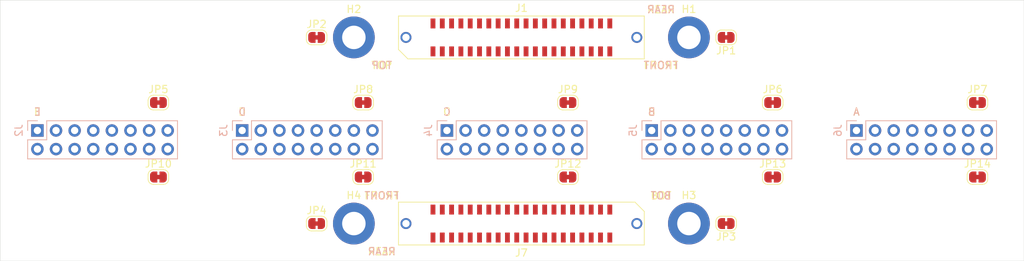
<source format=kicad_pcb>
(kicad_pcb (version 20171130) (host pcbnew 5.1.5)

  (general
    (thickness 1.6)
    (drawings 26)
    (tracks 0)
    (zones 0)
    (modules 25)
    (nets 86)
  )

  (page A4)
  (layers
    (0 F.Cu signal)
    (1 In1.Cu signal hide)
    (2 In2.Cu signal hide)
    (31 B.Cu signal)
    (32 B.Adhes user)
    (33 F.Adhes user)
    (34 B.Paste user)
    (35 F.Paste user)
    (36 B.SilkS user)
    (37 F.SilkS user)
    (38 B.Mask user)
    (39 F.Mask user)
    (40 Dwgs.User user)
    (41 Cmts.User user)
    (42 Eco1.User user)
    (43 Eco2.User user)
    (44 Edge.Cuts user)
    (45 Margin user)
    (46 B.CrtYd user)
    (47 F.CrtYd user)
    (48 B.Fab user)
    (49 F.Fab user hide)
  )

  (setup
    (last_trace_width 0.25)
    (user_trace_width 0.3)
    (user_trace_width 0.4)
    (user_trace_width 0.5)
    (user_trace_width 0.56)
    (user_trace_width 1)
    (trace_clearance 0.2)
    (zone_clearance 0.508)
    (zone_45_only no)
    (trace_min 0.2)
    (via_size 0.8)
    (via_drill 0.4)
    (via_min_size 0.4)
    (via_min_drill 0.3)
    (uvia_size 0.3)
    (uvia_drill 0.1)
    (uvias_allowed no)
    (uvia_min_size 0.2)
    (uvia_min_drill 0.1)
    (edge_width 0.05)
    (segment_width 0.2)
    (pcb_text_width 0.3)
    (pcb_text_size 1.5 1.5)
    (mod_edge_width 0.12)
    (mod_text_size 1 1)
    (mod_text_width 0.15)
    (pad_size 1.524 1.524)
    (pad_drill 0.762)
    (pad_to_mask_clearance 0.051)
    (solder_mask_min_width 0.25)
    (aux_axis_origin 0 0)
    (visible_elements FFFFFF7F)
    (pcbplotparams
      (layerselection 0x010fc_ffffffff)
      (usegerberextensions false)
      (usegerberattributes false)
      (usegerberadvancedattributes false)
      (creategerberjobfile false)
      (excludeedgelayer true)
      (linewidth 0.100000)
      (plotframeref false)
      (viasonmask false)
      (mode 1)
      (useauxorigin false)
      (hpglpennumber 1)
      (hpglpenspeed 20)
      (hpglpendiameter 15.000000)
      (psnegative false)
      (psa4output false)
      (plotreference true)
      (plotvalue true)
      (plotinvisibletext false)
      (padsonsilk false)
      (subtractmaskfromsilk false)
      (outputformat 1)
      (mirror false)
      (drillshape 1)
      (scaleselection 1)
      (outputdirectory ""))
  )

  (net 0 "")
  (net 1 "Net-(H1-Pad1)")
  (net 2 "Net-(H2-Pad1)")
  (net 3 "Net-(H3-Pad1)")
  (net 4 "Net-(H4-Pad1)")
  (net 5 GND)
  (net 6 /D1T)
  (net 7 /E1T)
  (net 8 /D2T)
  (net 9 /E2T)
  (net 10 /D10T)
  (net 11 /E10T)
  (net 12 /D9T)
  (net 13 /E9T)
  (net 14 /D7T)
  (net 15 /E7T)
  (net 16 /D6T)
  (net 17 /E6T)
  (net 18 /D4T)
  (net 19 /E4T)
  (net 20 /D3T)
  (net 21 /E3T)
  (net 22 /C2T)
  (net 23 /C10T)
  (net 24 /C7T)
  (net 25 /C9T)
  (net 26 /C6T)
  (net 27 /C4T)
  (net 28 /C1T)
  (net 29 /C3T)
  (net 30 /B10T)
  (net 31 /A10T)
  (net 32 /B9T)
  (net 33 /A9T)
  (net 34 /B7T)
  (net 35 /A7T)
  (net 36 /B6T)
  (net 37 /A6T)
  (net 38 /B4T)
  (net 39 /A4T)
  (net 40 /B3T)
  (net 41 /A3T)
  (net 42 /B2T)
  (net 43 /A2T)
  (net 44 /B1T)
  (net 45 /A1T)
  (net 46 /A10B)
  (net 47 /A9B)
  (net 48 /A7B)
  (net 49 /A6B)
  (net 50 /A4B)
  (net 51 /A3B)
  (net 52 /A1B)
  (net 53 /A2B)
  (net 54 /B2B)
  (net 55 /B1B)
  (net 56 /B3B)
  (net 57 /B4B)
  (net 58 /B6B)
  (net 59 /B7B)
  (net 60 /B9B)
  (net 61 /B10B)
  (net 62 /C10B)
  (net 63 /C9B)
  (net 64 /C7B)
  (net 65 /C6B)
  (net 66 /C4B)
  (net 67 /C3B)
  (net 68 /C1B)
  (net 69 /C2B)
  (net 70 /D2B)
  (net 71 /D1B)
  (net 72 /D3B)
  (net 73 /D4B)
  (net 74 /D6B)
  (net 75 /D7B)
  (net 76 /D9B)
  (net 77 /D10B)
  (net 78 /E10B)
  (net 79 /E9B)
  (net 80 /E7B)
  (net 81 /E6B)
  (net 82 /E4B)
  (net 83 /E3B)
  (net 84 /E1B)
  (net 85 /E2B)

  (net_class Default "This is the default net class."
    (clearance 0.2)
    (trace_width 0.25)
    (via_dia 0.8)
    (via_drill 0.4)
    (uvia_dia 0.3)
    (uvia_drill 0.1)
    (add_net /A10B)
    (add_net /A10T)
    (add_net /A1B)
    (add_net /A1T)
    (add_net /A2B)
    (add_net /A2T)
    (add_net /A3B)
    (add_net /A3T)
    (add_net /A4B)
    (add_net /A4T)
    (add_net /A6B)
    (add_net /A6T)
    (add_net /A7B)
    (add_net /A7T)
    (add_net /A9B)
    (add_net /A9T)
    (add_net /B10B)
    (add_net /B10T)
    (add_net /B1B)
    (add_net /B1T)
    (add_net /B2B)
    (add_net /B2T)
    (add_net /B3B)
    (add_net /B3T)
    (add_net /B4B)
    (add_net /B4T)
    (add_net /B6B)
    (add_net /B6T)
    (add_net /B7B)
    (add_net /B7T)
    (add_net /B9B)
    (add_net /B9T)
    (add_net /C10B)
    (add_net /C10T)
    (add_net /C1B)
    (add_net /C1T)
    (add_net /C2B)
    (add_net /C2T)
    (add_net /C3B)
    (add_net /C3T)
    (add_net /C4B)
    (add_net /C4T)
    (add_net /C6B)
    (add_net /C6T)
    (add_net /C7B)
    (add_net /C7T)
    (add_net /C9B)
    (add_net /C9T)
    (add_net /D10B)
    (add_net /D10T)
    (add_net /D1B)
    (add_net /D1T)
    (add_net /D2B)
    (add_net /D2T)
    (add_net /D3B)
    (add_net /D3T)
    (add_net /D4B)
    (add_net /D4T)
    (add_net /D6B)
    (add_net /D6T)
    (add_net /D7B)
    (add_net /D7T)
    (add_net /D9B)
    (add_net /D9T)
    (add_net /E10B)
    (add_net /E10T)
    (add_net /E1B)
    (add_net /E1T)
    (add_net /E2B)
    (add_net /E2T)
    (add_net /E3B)
    (add_net /E3T)
    (add_net /E4B)
    (add_net /E4T)
    (add_net /E6B)
    (add_net /E6T)
    (add_net /E7B)
    (add_net /E7T)
    (add_net /E9B)
    (add_net /E9T)
    (add_net GND)
    (add_net "Net-(H1-Pad1)")
    (add_net "Net-(H2-Pad1)")
    (add_net "Net-(H3-Pad1)")
    (add_net "Net-(H4-Pad1)")
  )

  (module Jumper:SolderJumper-2_P1.3mm_Bridged_RoundedPad1.0x1.5mm (layer F.Cu) (tedit 5C745284) (tstamp 5E27900E)
    (at 27.94 -12.7 180)
    (descr "SMD Solder Jumper, 1x1.5mm, rounded Pads, 0.3mm gap, bridged with 1 copper strip")
    (tags "solder jumper open")
    (path /5E4E17E3)
    (attr virtual)
    (fp_text reference JP1 (at 0 -1.8) (layer F.SilkS)
      (effects (font (size 1 1) (thickness 0.15)))
    )
    (fp_text value Jumper_NC_Small (at 0 1.9) (layer F.Fab)
      (effects (font (size 1 1) (thickness 0.15)))
    )
    (fp_poly (pts (xy 0.25 -0.3) (xy -0.25 -0.3) (xy -0.25 0.3) (xy 0.25 0.3)) (layer F.Cu) (width 0))
    (fp_line (start 1.65 1.25) (end -1.65 1.25) (layer F.CrtYd) (width 0.05))
    (fp_line (start 1.65 1.25) (end 1.65 -1.25) (layer F.CrtYd) (width 0.05))
    (fp_line (start -1.65 -1.25) (end -1.65 1.25) (layer F.CrtYd) (width 0.05))
    (fp_line (start -1.65 -1.25) (end 1.65 -1.25) (layer F.CrtYd) (width 0.05))
    (fp_line (start -0.7 -1) (end 0.7 -1) (layer F.SilkS) (width 0.12))
    (fp_line (start 1.4 -0.3) (end 1.4 0.3) (layer F.SilkS) (width 0.12))
    (fp_line (start 0.7 1) (end -0.7 1) (layer F.SilkS) (width 0.12))
    (fp_line (start -1.4 0.3) (end -1.4 -0.3) (layer F.SilkS) (width 0.12))
    (fp_arc (start -0.7 -0.3) (end -0.7 -1) (angle -90) (layer F.SilkS) (width 0.12))
    (fp_arc (start -0.7 0.3) (end -1.4 0.3) (angle -90) (layer F.SilkS) (width 0.12))
    (fp_arc (start 0.7 0.3) (end 0.7 1) (angle -90) (layer F.SilkS) (width 0.12))
    (fp_arc (start 0.7 -0.3) (end 1.4 -0.3) (angle -90) (layer F.SilkS) (width 0.12))
    (pad 1 smd custom (at -0.65 0 180) (size 1 0.5) (layers F.Cu F.Mask)
      (net 5 GND) (zone_connect 2)
      (options (clearance outline) (anchor rect))
      (primitives
        (gr_circle (center 0 0.25) (end 0.5 0.25) (width 0))
        (gr_circle (center 0 -0.25) (end 0.5 -0.25) (width 0))
        (gr_poly (pts
           (xy 0 -0.75) (xy 0.5 -0.75) (xy 0.5 0.75) (xy 0 0.75)) (width 0))
      ))
    (pad 2 smd custom (at 0.65 0 180) (size 1 0.5) (layers F.Cu F.Mask)
      (net 1 "Net-(H1-Pad1)") (zone_connect 2)
      (options (clearance outline) (anchor rect))
      (primitives
        (gr_circle (center 0 0.25) (end 0.5 0.25) (width 0))
        (gr_circle (center 0 -0.25) (end 0.5 -0.25) (width 0))
        (gr_poly (pts
           (xy 0 -0.75) (xy -0.5 -0.75) (xy -0.5 0.75) (xy 0 0.75)) (width 0))
      ))
  )

  (module Jumper:SolderJumper-2_P1.3mm_Bridged_RoundedPad1.0x1.5mm (layer F.Cu) (tedit 5C745284) (tstamp 5E279021)
    (at -27.94 -12.7)
    (descr "SMD Solder Jumper, 1x1.5mm, rounded Pads, 0.3mm gap, bridged with 1 copper strip")
    (tags "solder jumper open")
    (path /5E4FBECE)
    (attr virtual)
    (fp_text reference JP2 (at 0 -1.8) (layer F.SilkS)
      (effects (font (size 1 1) (thickness 0.15)))
    )
    (fp_text value Jumper_NC_Small (at 0 1.9) (layer F.Fab)
      (effects (font (size 1 1) (thickness 0.15)))
    )
    (fp_arc (start 0.7 -0.3) (end 1.4 -0.3) (angle -90) (layer F.SilkS) (width 0.12))
    (fp_arc (start 0.7 0.3) (end 0.7 1) (angle -90) (layer F.SilkS) (width 0.12))
    (fp_arc (start -0.7 0.3) (end -1.4 0.3) (angle -90) (layer F.SilkS) (width 0.12))
    (fp_arc (start -0.7 -0.3) (end -0.7 -1) (angle -90) (layer F.SilkS) (width 0.12))
    (fp_line (start -1.4 0.3) (end -1.4 -0.3) (layer F.SilkS) (width 0.12))
    (fp_line (start 0.7 1) (end -0.7 1) (layer F.SilkS) (width 0.12))
    (fp_line (start 1.4 -0.3) (end 1.4 0.3) (layer F.SilkS) (width 0.12))
    (fp_line (start -0.7 -1) (end 0.7 -1) (layer F.SilkS) (width 0.12))
    (fp_line (start -1.65 -1.25) (end 1.65 -1.25) (layer F.CrtYd) (width 0.05))
    (fp_line (start -1.65 -1.25) (end -1.65 1.25) (layer F.CrtYd) (width 0.05))
    (fp_line (start 1.65 1.25) (end 1.65 -1.25) (layer F.CrtYd) (width 0.05))
    (fp_line (start 1.65 1.25) (end -1.65 1.25) (layer F.CrtYd) (width 0.05))
    (fp_poly (pts (xy 0.25 -0.3) (xy -0.25 -0.3) (xy -0.25 0.3) (xy 0.25 0.3)) (layer F.Cu) (width 0))
    (pad 2 smd custom (at 0.65 0) (size 1 0.5) (layers F.Cu F.Mask)
      (net 2 "Net-(H2-Pad1)") (zone_connect 2)
      (options (clearance outline) (anchor rect))
      (primitives
        (gr_circle (center 0 0.25) (end 0.5 0.25) (width 0))
        (gr_circle (center 0 -0.25) (end 0.5 -0.25) (width 0))
        (gr_poly (pts
           (xy 0 -0.75) (xy -0.5 -0.75) (xy -0.5 0.75) (xy 0 0.75)) (width 0))
      ))
    (pad 1 smd custom (at -0.65 0) (size 1 0.5) (layers F.Cu F.Mask)
      (net 5 GND) (zone_connect 2)
      (options (clearance outline) (anchor rect))
      (primitives
        (gr_circle (center 0 0.25) (end 0.5 0.25) (width 0))
        (gr_circle (center 0 -0.25) (end 0.5 -0.25) (width 0))
        (gr_poly (pts
           (xy 0 -0.75) (xy 0.5 -0.75) (xy 0.5 0.75) (xy 0 0.75)) (width 0))
      ))
  )

  (module Jumper:SolderJumper-2_P1.3mm_Bridged_RoundedPad1.0x1.5mm (layer F.Cu) (tedit 5C745284) (tstamp 5E279034)
    (at 27.94 12.7 180)
    (descr "SMD Solder Jumper, 1x1.5mm, rounded Pads, 0.3mm gap, bridged with 1 copper strip")
    (tags "solder jumper open")
    (path /5E5351F1)
    (attr virtual)
    (fp_text reference JP3 (at 0 -1.8) (layer F.SilkS)
      (effects (font (size 1 1) (thickness 0.15)))
    )
    (fp_text value Jumper_NC_Small (at 0 1.9) (layer F.Fab)
      (effects (font (size 1 1) (thickness 0.15)))
    )
    (fp_arc (start 0.7 -0.3) (end 1.4 -0.3) (angle -90) (layer F.SilkS) (width 0.12))
    (fp_arc (start 0.7 0.3) (end 0.7 1) (angle -90) (layer F.SilkS) (width 0.12))
    (fp_arc (start -0.7 0.3) (end -1.4 0.3) (angle -90) (layer F.SilkS) (width 0.12))
    (fp_arc (start -0.7 -0.3) (end -0.7 -1) (angle -90) (layer F.SilkS) (width 0.12))
    (fp_line (start -1.4 0.3) (end -1.4 -0.3) (layer F.SilkS) (width 0.12))
    (fp_line (start 0.7 1) (end -0.7 1) (layer F.SilkS) (width 0.12))
    (fp_line (start 1.4 -0.3) (end 1.4 0.3) (layer F.SilkS) (width 0.12))
    (fp_line (start -0.7 -1) (end 0.7 -1) (layer F.SilkS) (width 0.12))
    (fp_line (start -1.65 -1.25) (end 1.65 -1.25) (layer F.CrtYd) (width 0.05))
    (fp_line (start -1.65 -1.25) (end -1.65 1.25) (layer F.CrtYd) (width 0.05))
    (fp_line (start 1.65 1.25) (end 1.65 -1.25) (layer F.CrtYd) (width 0.05))
    (fp_line (start 1.65 1.25) (end -1.65 1.25) (layer F.CrtYd) (width 0.05))
    (fp_poly (pts (xy 0.25 -0.3) (xy -0.25 -0.3) (xy -0.25 0.3) (xy 0.25 0.3)) (layer F.Cu) (width 0))
    (pad 2 smd custom (at 0.65 0 180) (size 1 0.5) (layers F.Cu F.Mask)
      (net 3 "Net-(H3-Pad1)") (zone_connect 2)
      (options (clearance outline) (anchor rect))
      (primitives
        (gr_circle (center 0 0.25) (end 0.5 0.25) (width 0))
        (gr_circle (center 0 -0.25) (end 0.5 -0.25) (width 0))
        (gr_poly (pts
           (xy 0 -0.75) (xy -0.5 -0.75) (xy -0.5 0.75) (xy 0 0.75)) (width 0))
      ))
    (pad 1 smd custom (at -0.65 0 180) (size 1 0.5) (layers F.Cu F.Mask)
      (net 5 GND) (zone_connect 2)
      (options (clearance outline) (anchor rect))
      (primitives
        (gr_circle (center 0 0.25) (end 0.5 0.25) (width 0))
        (gr_circle (center 0 -0.25) (end 0.5 -0.25) (width 0))
        (gr_poly (pts
           (xy 0 -0.75) (xy 0.5 -0.75) (xy 0.5 0.75) (xy 0 0.75)) (width 0))
      ))
  )

  (module Jumper:SolderJumper-2_P1.3mm_Bridged_RoundedPad1.0x1.5mm (layer F.Cu) (tedit 5C745284) (tstamp 5E279047)
    (at -27.94 12.7)
    (descr "SMD Solder Jumper, 1x1.5mm, rounded Pads, 0.3mm gap, bridged with 1 copper strip")
    (tags "solder jumper open")
    (path /5E51A411)
    (attr virtual)
    (fp_text reference JP4 (at 0 -1.8) (layer F.SilkS)
      (effects (font (size 1 1) (thickness 0.15)))
    )
    (fp_text value Jumper_NC_Small (at 0 1.9) (layer F.Fab)
      (effects (font (size 1 1) (thickness 0.15)))
    )
    (fp_poly (pts (xy 0.25 -0.3) (xy -0.25 -0.3) (xy -0.25 0.3) (xy 0.25 0.3)) (layer F.Cu) (width 0))
    (fp_line (start 1.65 1.25) (end -1.65 1.25) (layer F.CrtYd) (width 0.05))
    (fp_line (start 1.65 1.25) (end 1.65 -1.25) (layer F.CrtYd) (width 0.05))
    (fp_line (start -1.65 -1.25) (end -1.65 1.25) (layer F.CrtYd) (width 0.05))
    (fp_line (start -1.65 -1.25) (end 1.65 -1.25) (layer F.CrtYd) (width 0.05))
    (fp_line (start -0.7 -1) (end 0.7 -1) (layer F.SilkS) (width 0.12))
    (fp_line (start 1.4 -0.3) (end 1.4 0.3) (layer F.SilkS) (width 0.12))
    (fp_line (start 0.7 1) (end -0.7 1) (layer F.SilkS) (width 0.12))
    (fp_line (start -1.4 0.3) (end -1.4 -0.3) (layer F.SilkS) (width 0.12))
    (fp_arc (start -0.7 -0.3) (end -0.7 -1) (angle -90) (layer F.SilkS) (width 0.12))
    (fp_arc (start -0.7 0.3) (end -1.4 0.3) (angle -90) (layer F.SilkS) (width 0.12))
    (fp_arc (start 0.7 0.3) (end 0.7 1) (angle -90) (layer F.SilkS) (width 0.12))
    (fp_arc (start 0.7 -0.3) (end 1.4 -0.3) (angle -90) (layer F.SilkS) (width 0.12))
    (pad 1 smd custom (at -0.65 0) (size 1 0.5) (layers F.Cu F.Mask)
      (net 5 GND) (zone_connect 2)
      (options (clearance outline) (anchor rect))
      (primitives
        (gr_circle (center 0 0.25) (end 0.5 0.25) (width 0))
        (gr_circle (center 0 -0.25) (end 0.5 -0.25) (width 0))
        (gr_poly (pts
           (xy 0 -0.75) (xy 0.5 -0.75) (xy 0.5 0.75) (xy 0 0.75)) (width 0))
      ))
    (pad 2 smd custom (at 0.65 0) (size 1 0.5) (layers F.Cu F.Mask)
      (net 4 "Net-(H4-Pad1)") (zone_connect 2)
      (options (clearance outline) (anchor rect))
      (primitives
        (gr_circle (center 0 0.25) (end 0.5 0.25) (width 0))
        (gr_circle (center 0 -0.25) (end 0.5 -0.25) (width 0))
        (gr_poly (pts
           (xy 0 -0.75) (xy -0.5 -0.75) (xy -0.5 0.75) (xy 0 0.75)) (width 0))
      ))
  )

  (module Connector_PCBEdge:Samtec_MECF-20-01-NP-L-DV-WT_2x20_P1.27mm_Socket_Horizontal (layer F.Cu) (tedit 5A1FF529) (tstamp 5E27946B)
    (at 0 12.7 180)
    (descr "Highspeed card edge connector for 1.6mm PCB's with 20 contacts (not polarized)")
    (tags "conn samtec card-edge high-speed")
    (path /5F357BE6)
    (attr smd)
    (fp_text reference J7 (at 0 -4) (layer F.SilkS)
      (effects (font (size 1 1) (thickness 0.15)))
    )
    (fp_text value Conn_02x20_Odd_Even (at 0 4) (layer F.Fab)
      (effects (font (size 1 1) (thickness 0.15)))
    )
    (fp_line (start -15.39 2.805) (end 16.66 2.805) (layer F.Fab) (width 0.1))
    (fp_line (start -16.66 -2.805) (end 16.66 -2.805) (layer F.Fab) (width 0.1))
    (fp_line (start -16.66 1.535) (end -16.66 -2.805) (layer F.Fab) (width 0.1))
    (fp_line (start 16.66 2.805) (end 16.66 -2.805) (layer F.Fab) (width 0.1))
    (fp_line (start -16.66 1.535) (end -15.39 2.805) (layer F.Fab) (width 0.1))
    (fp_line (start -15.5 2.92) (end 16.77 2.92) (layer F.SilkS) (width 0.12))
    (fp_line (start -16.77 -2.92) (end 16.77 -2.92) (layer F.SilkS) (width 0.12))
    (fp_line (start -16.77 1.65) (end -16.77 -2.92) (layer F.SilkS) (width 0.12))
    (fp_line (start 16.77 2.92) (end 16.77 -2.92) (layer F.SilkS) (width 0.12))
    (fp_line (start -15.5 2.92) (end -16.77 1.65) (layer F.SilkS) (width 0.12))
    (fp_line (start -17.16 -3.3) (end -17.16 3.3) (layer F.CrtYd) (width 0.05))
    (fp_line (start -17.16 3.3) (end 17.16 3.3) (layer F.CrtYd) (width 0.05))
    (fp_line (start 17.16 3.3) (end 17.16 -3.3) (layer F.CrtYd) (width 0.05))
    (fp_line (start 17.16 -3.3) (end -17.16 -3.3) (layer F.CrtYd) (width 0.05))
    (fp_text user %R (at 0 0) (layer F.Fab)
      (effects (font (size 1 1) (thickness 0.15)))
    )
    (pad 1 smd rect (at -12.065 1.905 180) (size 0.66 1.35) (layers F.Cu F.Paste F.Mask)
      (net 71 /D1B))
    (pad 2 smd rect (at -12.065 -1.905 180) (size 0.66 1.35) (layers F.Cu F.Paste F.Mask)
      (net 84 /E1B))
    (pad 3 smd rect (at -10.795 1.905 180) (size 0.66 1.35) (layers F.Cu F.Paste F.Mask)
      (net 70 /D2B))
    (pad 4 smd rect (at -10.795 -1.905 180) (size 0.66 1.35) (layers F.Cu F.Paste F.Mask)
      (net 85 /E2B))
    (pad 5 smd rect (at -9.525 1.905 180) (size 0.66 1.35) (layers F.Cu F.Paste F.Mask)
      (net 77 /D10B))
    (pad 6 smd rect (at -9.525 -1.905 180) (size 0.66 1.35) (layers F.Cu F.Paste F.Mask)
      (net 78 /E10B))
    (pad 7 smd rect (at -8.255 1.905 180) (size 0.66 1.35) (layers F.Cu F.Paste F.Mask)
      (net 76 /D9B))
    (pad 8 smd rect (at -8.255 -1.905 180) (size 0.66 1.35) (layers F.Cu F.Paste F.Mask)
      (net 79 /E9B))
    (pad 9 smd rect (at -6.985 1.905 180) (size 0.66 1.35) (layers F.Cu F.Paste F.Mask)
      (net 75 /D7B))
    (pad 10 smd rect (at -6.985 -1.905 180) (size 0.66 1.35) (layers F.Cu F.Paste F.Mask)
      (net 80 /E7B))
    (pad 11 smd rect (at -5.715 1.905 180) (size 0.66 1.35) (layers F.Cu F.Paste F.Mask)
      (net 74 /D6B))
    (pad 12 smd rect (at -5.715 -1.905 180) (size 0.66 1.35) (layers F.Cu F.Paste F.Mask)
      (net 81 /E6B))
    (pad 13 smd rect (at -4.445 1.905 180) (size 0.66 1.35) (layers F.Cu F.Paste F.Mask)
      (net 73 /D4B))
    (pad 14 smd rect (at -4.445 -1.905 180) (size 0.66 1.35) (layers F.Cu F.Paste F.Mask)
      (net 82 /E4B))
    (pad 15 smd rect (at -3.175 1.905 180) (size 0.66 1.35) (layers F.Cu F.Paste F.Mask)
      (net 72 /D3B))
    (pad 16 smd rect (at -3.175 -1.905 180) (size 0.66 1.35) (layers F.Cu F.Paste F.Mask)
      (net 83 /E3B))
    (pad 17 smd rect (at -1.905 1.905 180) (size 0.66 1.35) (layers F.Cu F.Paste F.Mask)
      (net 69 /C2B))
    (pad 18 smd rect (at -1.905 -1.905 180) (size 0.66 1.35) (layers F.Cu F.Paste F.Mask)
      (net 62 /C10B))
    (pad 19 smd rect (at -0.635 1.905 180) (size 0.66 1.35) (layers F.Cu F.Paste F.Mask)
      (net 64 /C7B))
    (pad 20 smd rect (at -0.635 -1.905 180) (size 0.66 1.35) (layers F.Cu F.Paste F.Mask)
      (net 63 /C9B))
    (pad 21 smd rect (at 0.635 1.905 180) (size 0.66 1.35) (layers F.Cu F.Paste F.Mask)
      (net 65 /C6B))
    (pad 22 smd rect (at 0.635 -1.905 180) (size 0.66 1.35) (layers F.Cu F.Paste F.Mask)
      (net 66 /C4B))
    (pad 23 smd rect (at 1.905 1.905 180) (size 0.66 1.35) (layers F.Cu F.Paste F.Mask)
      (net 68 /C1B))
    (pad 24 smd rect (at 1.905 -1.905 180) (size 0.66 1.35) (layers F.Cu F.Paste F.Mask)
      (net 67 /C3B))
    (pad 25 smd rect (at 3.175 1.905 180) (size 0.66 1.35) (layers F.Cu F.Paste F.Mask)
      (net 61 /B10B))
    (pad 26 smd rect (at 3.175 -1.905 180) (size 0.66 1.35) (layers F.Cu F.Paste F.Mask)
      (net 46 /A10B))
    (pad 27 smd rect (at 4.445 1.905 180) (size 0.66 1.35) (layers F.Cu F.Paste F.Mask)
      (net 60 /B9B))
    (pad 28 smd rect (at 4.445 -1.905 180) (size 0.66 1.35) (layers F.Cu F.Paste F.Mask)
      (net 47 /A9B))
    (pad 29 smd rect (at 5.715 1.905 180) (size 0.66 1.35) (layers F.Cu F.Paste F.Mask)
      (net 59 /B7B))
    (pad 30 smd rect (at 5.715 -1.905 180) (size 0.66 1.35) (layers F.Cu F.Paste F.Mask)
      (net 48 /A7B))
    (pad 31 smd rect (at 6.985 1.905 180) (size 0.66 1.35) (layers F.Cu F.Paste F.Mask)
      (net 58 /B6B))
    (pad 32 smd rect (at 6.985 -1.905 180) (size 0.66 1.35) (layers F.Cu F.Paste F.Mask)
      (net 49 /A6B))
    (pad 33 smd rect (at 8.255 1.905 180) (size 0.66 1.35) (layers F.Cu F.Paste F.Mask)
      (net 57 /B4B))
    (pad 34 smd rect (at 8.255 -1.905 180) (size 0.66 1.35) (layers F.Cu F.Paste F.Mask)
      (net 50 /A4B))
    (pad 35 smd rect (at 9.525 1.905 180) (size 0.66 1.35) (layers F.Cu F.Paste F.Mask)
      (net 56 /B3B))
    (pad 36 smd rect (at 9.525 -1.905 180) (size 0.66 1.35) (layers F.Cu F.Paste F.Mask)
      (net 51 /A3B))
    (pad 37 smd rect (at 10.795 1.905 180) (size 0.66 1.35) (layers F.Cu F.Paste F.Mask)
      (net 54 /B2B))
    (pad 38 smd rect (at 10.795 -1.905 180) (size 0.66 1.35) (layers F.Cu F.Paste F.Mask)
      (net 53 /A2B))
    (pad 39 smd rect (at 12.065 1.905 180) (size 0.66 1.35) (layers F.Cu F.Paste F.Mask)
      (net 55 /B1B))
    (pad 40 smd rect (at 12.065 -1.905 180) (size 0.66 1.35) (layers F.Cu F.Paste F.Mask)
      (net 52 /A1B))
    (pad "" np_thru_hole circle (at -13.845 0 180) (size 1.45 1.45) (drill 1.45) (layers *.Cu *.Mask))
    (pad "" np_thru_hole circle (at 13.845 1 180) (size 1.45 1.45) (drill 1.45) (layers *.Cu *.Mask))
    (pad "" thru_hole circle (at -15.75 0 180) (size 1.5 1.5) (drill 1) (layers *.Cu *.Mask))
    (pad "" thru_hole circle (at 15.75 0 180) (size 1.5 1.5) (drill 1) (layers *.Cu *.Mask))
    (model ${KISYS3DMOD}/Connector_PCBEdge.3dshapes/Samtec_MECF-20-01-NP-L-DV-WT_2x20_P1.27mm_Socket_Horizontal.wrl
      (at (xyz 0 0 0))
      (scale (xyz 1 1 1))
      (rotate (xyz 0 0 0))
    )
  )

  (module MountingHole:MountingHole_3.2mm_M3_ISO7380_Pad (layer F.Cu) (tedit 56D1B4CB) (tstamp 5E2822B7)
    (at 22.86 -12.7)
    (descr "Mounting Hole 3.2mm, M3, ISO7380")
    (tags "mounting hole 3.2mm m3 iso7380")
    (path /5E4E17DD)
    (attr virtual)
    (fp_text reference H1 (at 0 -3.85) (layer F.SilkS)
      (effects (font (size 1 1) (thickness 0.15)))
    )
    (fp_text value MountingHole_Pad (at 0 3.85) (layer F.Fab)
      (effects (font (size 1 1) (thickness 0.15)))
    )
    (fp_text user %R (at 0.3 0) (layer F.Fab)
      (effects (font (size 1 1) (thickness 0.15)))
    )
    (fp_circle (center 0 0) (end 2.85 0) (layer Cmts.User) (width 0.15))
    (fp_circle (center 0 0) (end 3.1 0) (layer F.CrtYd) (width 0.05))
    (pad 1 thru_hole circle (at 0 0) (size 5.7 5.7) (drill 3.2) (layers *.Cu *.Mask)
      (net 1 "Net-(H1-Pad1)"))
  )

  (module MountingHole:MountingHole_3.2mm_M3_ISO7380_Pad (layer F.Cu) (tedit 56D1B4CB) (tstamp 5E2822BE)
    (at -22.86 -12.7)
    (descr "Mounting Hole 3.2mm, M3, ISO7380")
    (tags "mounting hole 3.2mm m3 iso7380")
    (path /5E4FBEC8)
    (attr virtual)
    (fp_text reference H2 (at 0 -3.85) (layer F.SilkS)
      (effects (font (size 1 1) (thickness 0.15)))
    )
    (fp_text value MountingHole_Pad (at 0 3.85) (layer F.Fab)
      (effects (font (size 1 1) (thickness 0.15)))
    )
    (fp_circle (center 0 0) (end 3.1 0) (layer F.CrtYd) (width 0.05))
    (fp_circle (center 0 0) (end 2.85 0) (layer Cmts.User) (width 0.15))
    (fp_text user %R (at 0.3 0) (layer F.Fab)
      (effects (font (size 1 1) (thickness 0.15)))
    )
    (pad 1 thru_hole circle (at 0 0) (size 5.7 5.7) (drill 3.2) (layers *.Cu *.Mask)
      (net 2 "Net-(H2-Pad1)"))
  )

  (module MountingHole:MountingHole_3.2mm_M3_ISO7380_Pad (layer F.Cu) (tedit 56D1B4CB) (tstamp 5E2822C5)
    (at 22.86 12.7)
    (descr "Mounting Hole 3.2mm, M3, ISO7380")
    (tags "mounting hole 3.2mm m3 iso7380")
    (path /5E5351EB)
    (attr virtual)
    (fp_text reference H3 (at 0 -3.85) (layer F.SilkS)
      (effects (font (size 1 1) (thickness 0.15)))
    )
    (fp_text value MountingHole_Pad (at 0 3.85) (layer F.Fab)
      (effects (font (size 1 1) (thickness 0.15)))
    )
    (fp_text user %R (at 0.3 0) (layer F.Fab)
      (effects (font (size 1 1) (thickness 0.15)))
    )
    (fp_circle (center 0 0) (end 2.85 0) (layer Cmts.User) (width 0.15))
    (fp_circle (center 0 0) (end 3.1 0) (layer F.CrtYd) (width 0.05))
    (pad 1 thru_hole circle (at 0 0) (size 5.7 5.7) (drill 3.2) (layers *.Cu *.Mask)
      (net 3 "Net-(H3-Pad1)"))
  )

  (module MountingHole:MountingHole_3.2mm_M3_ISO7380_Pad (layer F.Cu) (tedit 56D1B4CB) (tstamp 5E2822CC)
    (at -22.86 12.7)
    (descr "Mounting Hole 3.2mm, M3, ISO7380")
    (tags "mounting hole 3.2mm m3 iso7380")
    (path /5E51A40B)
    (attr virtual)
    (fp_text reference H4 (at 0 -3.85) (layer F.SilkS)
      (effects (font (size 1 1) (thickness 0.15)))
    )
    (fp_text value MountingHole_Pad (at 0 3.85) (layer F.Fab)
      (effects (font (size 1 1) (thickness 0.15)))
    )
    (fp_circle (center 0 0) (end 3.1 0) (layer F.CrtYd) (width 0.05))
    (fp_circle (center 0 0) (end 2.85 0) (layer Cmts.User) (width 0.15))
    (fp_text user %R (at 0.3 0) (layer F.Fab)
      (effects (font (size 1 1) (thickness 0.15)))
    )
    (pad 1 thru_hole circle (at 0 0) (size 5.7 5.7) (drill 3.2) (layers *.Cu *.Mask)
      (net 4 "Net-(H4-Pad1)"))
  )

  (module Connector_PCBEdge:Samtec_MECF-20-01-NP-L-DV-WT_2x20_P1.27mm_Socket_Horizontal (layer F.Cu) (tedit 5A1FF529) (tstamp 5E282311)
    (at 0 -12.7)
    (descr "Highspeed card edge connector for 1.6mm PCB's with 20 contacts (not polarized)")
    (tags "conn samtec card-edge high-speed")
    (path /5EF2F882)
    (attr smd)
    (fp_text reference J1 (at 0 -4) (layer F.SilkS)
      (effects (font (size 1 1) (thickness 0.15)))
    )
    (fp_text value Conn_02x20_Odd_Even (at 0 4) (layer F.Fab)
      (effects (font (size 1 1) (thickness 0.15)))
    )
    (fp_line (start -15.39 2.805) (end 16.66 2.805) (layer F.Fab) (width 0.1))
    (fp_line (start -16.66 -2.805) (end 16.66 -2.805) (layer F.Fab) (width 0.1))
    (fp_line (start -16.66 1.535) (end -16.66 -2.805) (layer F.Fab) (width 0.1))
    (fp_line (start 16.66 2.805) (end 16.66 -2.805) (layer F.Fab) (width 0.1))
    (fp_line (start -16.66 1.535) (end -15.39 2.805) (layer F.Fab) (width 0.1))
    (fp_line (start -15.5 2.92) (end 16.77 2.92) (layer F.SilkS) (width 0.12))
    (fp_line (start -16.77 -2.92) (end 16.77 -2.92) (layer F.SilkS) (width 0.12))
    (fp_line (start -16.77 1.65) (end -16.77 -2.92) (layer F.SilkS) (width 0.12))
    (fp_line (start 16.77 2.92) (end 16.77 -2.92) (layer F.SilkS) (width 0.12))
    (fp_line (start -15.5 2.92) (end -16.77 1.65) (layer F.SilkS) (width 0.12))
    (fp_line (start -17.16 -3.3) (end -17.16 3.3) (layer F.CrtYd) (width 0.05))
    (fp_line (start -17.16 3.3) (end 17.16 3.3) (layer F.CrtYd) (width 0.05))
    (fp_line (start 17.16 3.3) (end 17.16 -3.3) (layer F.CrtYd) (width 0.05))
    (fp_line (start 17.16 -3.3) (end -17.16 -3.3) (layer F.CrtYd) (width 0.05))
    (fp_text user %R (at 0 0) (layer F.Fab)
      (effects (font (size 1 1) (thickness 0.15)))
    )
    (pad 1 smd rect (at -12.065 1.905) (size 0.66 1.35) (layers F.Cu F.Paste F.Mask)
      (net 6 /D1T))
    (pad 2 smd rect (at -12.065 -1.905) (size 0.66 1.35) (layers F.Cu F.Paste F.Mask)
      (net 7 /E1T))
    (pad 3 smd rect (at -10.795 1.905) (size 0.66 1.35) (layers F.Cu F.Paste F.Mask)
      (net 8 /D2T))
    (pad 4 smd rect (at -10.795 -1.905) (size 0.66 1.35) (layers F.Cu F.Paste F.Mask)
      (net 9 /E2T))
    (pad 5 smd rect (at -9.525 1.905) (size 0.66 1.35) (layers F.Cu F.Paste F.Mask)
      (net 10 /D10T))
    (pad 6 smd rect (at -9.525 -1.905) (size 0.66 1.35) (layers F.Cu F.Paste F.Mask)
      (net 11 /E10T))
    (pad 7 smd rect (at -8.255 1.905) (size 0.66 1.35) (layers F.Cu F.Paste F.Mask)
      (net 12 /D9T))
    (pad 8 smd rect (at -8.255 -1.905) (size 0.66 1.35) (layers F.Cu F.Paste F.Mask)
      (net 13 /E9T))
    (pad 9 smd rect (at -6.985 1.905) (size 0.66 1.35) (layers F.Cu F.Paste F.Mask)
      (net 14 /D7T))
    (pad 10 smd rect (at -6.985 -1.905) (size 0.66 1.35) (layers F.Cu F.Paste F.Mask)
      (net 15 /E7T))
    (pad 11 smd rect (at -5.715 1.905) (size 0.66 1.35) (layers F.Cu F.Paste F.Mask)
      (net 16 /D6T))
    (pad 12 smd rect (at -5.715 -1.905) (size 0.66 1.35) (layers F.Cu F.Paste F.Mask)
      (net 17 /E6T))
    (pad 13 smd rect (at -4.445 1.905) (size 0.66 1.35) (layers F.Cu F.Paste F.Mask)
      (net 18 /D4T))
    (pad 14 smd rect (at -4.445 -1.905) (size 0.66 1.35) (layers F.Cu F.Paste F.Mask)
      (net 19 /E4T))
    (pad 15 smd rect (at -3.175 1.905) (size 0.66 1.35) (layers F.Cu F.Paste F.Mask)
      (net 20 /D3T))
    (pad 16 smd rect (at -3.175 -1.905) (size 0.66 1.35) (layers F.Cu F.Paste F.Mask)
      (net 21 /E3T))
    (pad 17 smd rect (at -1.905 1.905) (size 0.66 1.35) (layers F.Cu F.Paste F.Mask)
      (net 22 /C2T))
    (pad 18 smd rect (at -1.905 -1.905) (size 0.66 1.35) (layers F.Cu F.Paste F.Mask)
      (net 23 /C10T))
    (pad 19 smd rect (at -0.635 1.905) (size 0.66 1.35) (layers F.Cu F.Paste F.Mask)
      (net 24 /C7T))
    (pad 20 smd rect (at -0.635 -1.905) (size 0.66 1.35) (layers F.Cu F.Paste F.Mask)
      (net 25 /C9T))
    (pad 21 smd rect (at 0.635 1.905) (size 0.66 1.35) (layers F.Cu F.Paste F.Mask)
      (net 26 /C6T))
    (pad 22 smd rect (at 0.635 -1.905) (size 0.66 1.35) (layers F.Cu F.Paste F.Mask)
      (net 27 /C4T))
    (pad 23 smd rect (at 1.905 1.905) (size 0.66 1.35) (layers F.Cu F.Paste F.Mask)
      (net 28 /C1T))
    (pad 24 smd rect (at 1.905 -1.905) (size 0.66 1.35) (layers F.Cu F.Paste F.Mask)
      (net 29 /C3T))
    (pad 25 smd rect (at 3.175 1.905) (size 0.66 1.35) (layers F.Cu F.Paste F.Mask)
      (net 30 /B10T))
    (pad 26 smd rect (at 3.175 -1.905) (size 0.66 1.35) (layers F.Cu F.Paste F.Mask)
      (net 31 /A10T))
    (pad 27 smd rect (at 4.445 1.905) (size 0.66 1.35) (layers F.Cu F.Paste F.Mask)
      (net 32 /B9T))
    (pad 28 smd rect (at 4.445 -1.905) (size 0.66 1.35) (layers F.Cu F.Paste F.Mask)
      (net 33 /A9T))
    (pad 29 smd rect (at 5.715 1.905) (size 0.66 1.35) (layers F.Cu F.Paste F.Mask)
      (net 34 /B7T))
    (pad 30 smd rect (at 5.715 -1.905) (size 0.66 1.35) (layers F.Cu F.Paste F.Mask)
      (net 35 /A7T))
    (pad 31 smd rect (at 6.985 1.905) (size 0.66 1.35) (layers F.Cu F.Paste F.Mask)
      (net 36 /B6T))
    (pad 32 smd rect (at 6.985 -1.905) (size 0.66 1.35) (layers F.Cu F.Paste F.Mask)
      (net 37 /A6T))
    (pad 33 smd rect (at 8.255 1.905) (size 0.66 1.35) (layers F.Cu F.Paste F.Mask)
      (net 38 /B4T))
    (pad 34 smd rect (at 8.255 -1.905) (size 0.66 1.35) (layers F.Cu F.Paste F.Mask)
      (net 39 /A4T))
    (pad 35 smd rect (at 9.525 1.905) (size 0.66 1.35) (layers F.Cu F.Paste F.Mask)
      (net 40 /B3T))
    (pad 36 smd rect (at 9.525 -1.905) (size 0.66 1.35) (layers F.Cu F.Paste F.Mask)
      (net 41 /A3T))
    (pad 37 smd rect (at 10.795 1.905) (size 0.66 1.35) (layers F.Cu F.Paste F.Mask)
      (net 42 /B2T))
    (pad 38 smd rect (at 10.795 -1.905) (size 0.66 1.35) (layers F.Cu F.Paste F.Mask)
      (net 43 /A2T))
    (pad 39 smd rect (at 12.065 1.905) (size 0.66 1.35) (layers F.Cu F.Paste F.Mask)
      (net 44 /B1T))
    (pad 40 smd rect (at 12.065 -1.905) (size 0.66 1.35) (layers F.Cu F.Paste F.Mask)
      (net 45 /A1T))
    (pad "" np_thru_hole circle (at -13.845 0) (size 1.45 1.45) (drill 1.45) (layers *.Cu *.Mask))
    (pad "" np_thru_hole circle (at 13.845 1) (size 1.45 1.45) (drill 1.45) (layers *.Cu *.Mask))
    (pad "" thru_hole circle (at -15.75 0) (size 1.5 1.5) (drill 1) (layers *.Cu *.Mask))
    (pad "" thru_hole circle (at 15.75 0) (size 1.5 1.5) (drill 1) (layers *.Cu *.Mask))
    (model ${KISYS3DMOD}/Connector_PCBEdge.3dshapes/Samtec_MECF-20-01-NP-L-DV-WT_2x20_P1.27mm_Socket_Horizontal.wrl
      (at (xyz 0 0 0))
      (scale (xyz 1 1 1))
      (rotate (xyz 0 0 0))
    )
  )

  (module Connector_PinHeader_2.54mm:PinHeader_2x08_P2.54mm_Vertical (layer B.Cu) (tedit 59FED5CC) (tstamp 5E282337)
    (at -66.04 0 270)
    (descr "Through hole straight pin header, 2x08, 2.54mm pitch, double rows")
    (tags "Through hole pin header THT 2x08 2.54mm double row")
    (path /5FA2A1B5)
    (fp_text reference J2 (at 0 2.54 270) (layer B.SilkS)
      (effects (font (size 1 1) (thickness 0.15)) (justify mirror))
    )
    (fp_text value Conn_02x08_Odd_Even (at 1.27 -20.11 270) (layer B.Fab)
      (effects (font (size 1 1) (thickness 0.15)) (justify mirror))
    )
    (fp_line (start 0 1.27) (end 3.81 1.27) (layer B.Fab) (width 0.1))
    (fp_line (start 3.81 1.27) (end 3.81 -19.05) (layer B.Fab) (width 0.1))
    (fp_line (start 3.81 -19.05) (end -1.27 -19.05) (layer B.Fab) (width 0.1))
    (fp_line (start -1.27 -19.05) (end -1.27 0) (layer B.Fab) (width 0.1))
    (fp_line (start -1.27 0) (end 0 1.27) (layer B.Fab) (width 0.1))
    (fp_line (start -1.33 -19.11) (end 3.87 -19.11) (layer B.SilkS) (width 0.12))
    (fp_line (start -1.33 -1.27) (end -1.33 -19.11) (layer B.SilkS) (width 0.12))
    (fp_line (start 3.87 1.33) (end 3.87 -19.11) (layer B.SilkS) (width 0.12))
    (fp_line (start -1.33 -1.27) (end 1.27 -1.27) (layer B.SilkS) (width 0.12))
    (fp_line (start 1.27 -1.27) (end 1.27 1.33) (layer B.SilkS) (width 0.12))
    (fp_line (start 1.27 1.33) (end 3.87 1.33) (layer B.SilkS) (width 0.12))
    (fp_line (start -1.33 0) (end -1.33 1.33) (layer B.SilkS) (width 0.12))
    (fp_line (start -1.33 1.33) (end 0 1.33) (layer B.SilkS) (width 0.12))
    (fp_line (start -1.8 1.8) (end -1.8 -19.55) (layer B.CrtYd) (width 0.05))
    (fp_line (start -1.8 -19.55) (end 4.35 -19.55) (layer B.CrtYd) (width 0.05))
    (fp_line (start 4.35 -19.55) (end 4.35 1.8) (layer B.CrtYd) (width 0.05))
    (fp_line (start 4.35 1.8) (end -1.8 1.8) (layer B.CrtYd) (width 0.05))
    (fp_text user %R (at 1.27 -8.89) (layer B.Fab)
      (effects (font (size 1 1) (thickness 0.15)) (justify mirror))
    )
    (pad 1 thru_hole rect (at 0 0 270) (size 1.7 1.7) (drill 1) (layers *.Cu *.Mask)
      (net 21 /E3T))
    (pad 2 thru_hole oval (at 2.54 0 270) (size 1.7 1.7) (drill 1) (layers *.Cu *.Mask)
      (net 19 /E4T))
    (pad 3 thru_hole oval (at 0 -2.54 270) (size 1.7 1.7) (drill 1) (layers *.Cu *.Mask)
      (net 46 /A10B))
    (pad 4 thru_hole oval (at 2.54 -2.54 270) (size 1.7 1.7) (drill 1) (layers *.Cu *.Mask)
      (net 47 /A9B))
    (pad 5 thru_hole oval (at 0 -5.08 270) (size 1.7 1.7) (drill 1) (layers *.Cu *.Mask)
      (net 17 /E6T))
    (pad 6 thru_hole oval (at 2.54 -5.08 270) (size 1.7 1.7) (drill 1) (layers *.Cu *.Mask)
      (net 15 /E7T))
    (pad 7 thru_hole oval (at 0 -7.62 270) (size 1.7 1.7) (drill 1) (layers *.Cu *.Mask)
      (net 48 /A7B))
    (pad 8 thru_hole oval (at 2.54 -7.62 270) (size 1.7 1.7) (drill 1) (layers *.Cu *.Mask)
      (net 49 /A6B))
    (pad 9 thru_hole oval (at 0 -10.16 270) (size 1.7 1.7) (drill 1) (layers *.Cu *.Mask)
      (net 13 /E9T))
    (pad 10 thru_hole oval (at 2.54 -10.16 270) (size 1.7 1.7) (drill 1) (layers *.Cu *.Mask)
      (net 11 /E10T))
    (pad 11 thru_hole oval (at 0 -12.7 270) (size 1.7 1.7) (drill 1) (layers *.Cu *.Mask)
      (net 50 /A4B))
    (pad 12 thru_hole oval (at 2.54 -12.7 270) (size 1.7 1.7) (drill 1) (layers *.Cu *.Mask)
      (net 51 /A3B))
    (pad 13 thru_hole oval (at 0 -15.24 270) (size 1.7 1.7) (drill 1) (layers *.Cu *.Mask)
      (net 7 /E1T))
    (pad 14 thru_hole oval (at 2.54 -15.24 270) (size 1.7 1.7) (drill 1) (layers *.Cu *.Mask)
      (net 9 /E2T))
    (pad 15 thru_hole oval (at 0 -17.78 270) (size 1.7 1.7) (drill 1) (layers *.Cu *.Mask)
      (net 52 /A1B))
    (pad 16 thru_hole oval (at 2.54 -17.78 270) (size 1.7 1.7) (drill 1) (layers *.Cu *.Mask)
      (net 53 /A2B))
    (model ${KISYS3DMOD}/Connector_PinHeader_2.54mm.3dshapes/PinHeader_2x08_P2.54mm_Vertical.wrl
      (at (xyz 0 0 0))
      (scale (xyz 1 1 1))
      (rotate (xyz 0 0 0))
    )
  )

  (module Connector_PinHeader_2.54mm:PinHeader_2x08_P2.54mm_Vertical (layer B.Cu) (tedit 59FED5CC) (tstamp 5E28235D)
    (at -38.1 0 270)
    (descr "Through hole straight pin header, 2x08, 2.54mm pitch, double rows")
    (tags "Through hole pin header THT 2x08 2.54mm double row")
    (path /5FA294CB)
    (fp_text reference J3 (at 0 2.54 270) (layer B.SilkS)
      (effects (font (size 1 1) (thickness 0.15)) (justify mirror))
    )
    (fp_text value Conn_02x08_Odd_Even (at 1.27 -20.11 270) (layer B.Fab)
      (effects (font (size 1 1) (thickness 0.15)) (justify mirror))
    )
    (fp_text user %R (at 1.27 -8.89) (layer B.Fab)
      (effects (font (size 1 1) (thickness 0.15)) (justify mirror))
    )
    (fp_line (start 4.35 1.8) (end -1.8 1.8) (layer B.CrtYd) (width 0.05))
    (fp_line (start 4.35 -19.55) (end 4.35 1.8) (layer B.CrtYd) (width 0.05))
    (fp_line (start -1.8 -19.55) (end 4.35 -19.55) (layer B.CrtYd) (width 0.05))
    (fp_line (start -1.8 1.8) (end -1.8 -19.55) (layer B.CrtYd) (width 0.05))
    (fp_line (start -1.33 1.33) (end 0 1.33) (layer B.SilkS) (width 0.12))
    (fp_line (start -1.33 0) (end -1.33 1.33) (layer B.SilkS) (width 0.12))
    (fp_line (start 1.27 1.33) (end 3.87 1.33) (layer B.SilkS) (width 0.12))
    (fp_line (start 1.27 -1.27) (end 1.27 1.33) (layer B.SilkS) (width 0.12))
    (fp_line (start -1.33 -1.27) (end 1.27 -1.27) (layer B.SilkS) (width 0.12))
    (fp_line (start 3.87 1.33) (end 3.87 -19.11) (layer B.SilkS) (width 0.12))
    (fp_line (start -1.33 -1.27) (end -1.33 -19.11) (layer B.SilkS) (width 0.12))
    (fp_line (start -1.33 -19.11) (end 3.87 -19.11) (layer B.SilkS) (width 0.12))
    (fp_line (start -1.27 0) (end 0 1.27) (layer B.Fab) (width 0.1))
    (fp_line (start -1.27 -19.05) (end -1.27 0) (layer B.Fab) (width 0.1))
    (fp_line (start 3.81 -19.05) (end -1.27 -19.05) (layer B.Fab) (width 0.1))
    (fp_line (start 3.81 1.27) (end 3.81 -19.05) (layer B.Fab) (width 0.1))
    (fp_line (start 0 1.27) (end 3.81 1.27) (layer B.Fab) (width 0.1))
    (pad 16 thru_hole oval (at 2.54 -17.78 270) (size 1.7 1.7) (drill 1) (layers *.Cu *.Mask)
      (net 54 /B2B))
    (pad 15 thru_hole oval (at 0 -17.78 270) (size 1.7 1.7) (drill 1) (layers *.Cu *.Mask)
      (net 55 /B1B))
    (pad 14 thru_hole oval (at 2.54 -15.24 270) (size 1.7 1.7) (drill 1) (layers *.Cu *.Mask)
      (net 8 /D2T))
    (pad 13 thru_hole oval (at 0 -15.24 270) (size 1.7 1.7) (drill 1) (layers *.Cu *.Mask)
      (net 6 /D1T))
    (pad 12 thru_hole oval (at 2.54 -12.7 270) (size 1.7 1.7) (drill 1) (layers *.Cu *.Mask)
      (net 56 /B3B))
    (pad 11 thru_hole oval (at 0 -12.7 270) (size 1.7 1.7) (drill 1) (layers *.Cu *.Mask)
      (net 57 /B4B))
    (pad 10 thru_hole oval (at 2.54 -10.16 270) (size 1.7 1.7) (drill 1) (layers *.Cu *.Mask)
      (net 10 /D10T))
    (pad 9 thru_hole oval (at 0 -10.16 270) (size 1.7 1.7) (drill 1) (layers *.Cu *.Mask)
      (net 12 /D9T))
    (pad 8 thru_hole oval (at 2.54 -7.62 270) (size 1.7 1.7) (drill 1) (layers *.Cu *.Mask)
      (net 58 /B6B))
    (pad 7 thru_hole oval (at 0 -7.62 270) (size 1.7 1.7) (drill 1) (layers *.Cu *.Mask)
      (net 59 /B7B))
    (pad 6 thru_hole oval (at 2.54 -5.08 270) (size 1.7 1.7) (drill 1) (layers *.Cu *.Mask)
      (net 14 /D7T))
    (pad 5 thru_hole oval (at 0 -5.08 270) (size 1.7 1.7) (drill 1) (layers *.Cu *.Mask)
      (net 16 /D6T))
    (pad 4 thru_hole oval (at 2.54 -2.54 270) (size 1.7 1.7) (drill 1) (layers *.Cu *.Mask)
      (net 60 /B9B))
    (pad 3 thru_hole oval (at 0 -2.54 270) (size 1.7 1.7) (drill 1) (layers *.Cu *.Mask)
      (net 61 /B10B))
    (pad 2 thru_hole oval (at 2.54 0 270) (size 1.7 1.7) (drill 1) (layers *.Cu *.Mask)
      (net 18 /D4T))
    (pad 1 thru_hole rect (at 0 0 270) (size 1.7 1.7) (drill 1) (layers *.Cu *.Mask)
      (net 20 /D3T))
    (model ${KISYS3DMOD}/Connector_PinHeader_2.54mm.3dshapes/PinHeader_2x08_P2.54mm_Vertical.wrl
      (at (xyz 0 0 0))
      (scale (xyz 1 1 1))
      (rotate (xyz 0 0 0))
    )
  )

  (module Connector_PinHeader_2.54mm:PinHeader_2x08_P2.54mm_Vertical (layer B.Cu) (tedit 59FED5CC) (tstamp 5E282F8C)
    (at -10.16 0 270)
    (descr "Through hole straight pin header, 2x08, 2.54mm pitch, double rows")
    (tags "Through hole pin header THT 2x08 2.54mm double row")
    (path /5FA284F5)
    (fp_text reference J4 (at 0 2.54 270) (layer B.SilkS)
      (effects (font (size 1 1) (thickness 0.15)) (justify mirror))
    )
    (fp_text value Conn_02x08_Odd_Even (at 1.27 -20.11 270) (layer B.Fab)
      (effects (font (size 1 1) (thickness 0.15)) (justify mirror))
    )
    (fp_line (start 0 1.27) (end 3.81 1.27) (layer B.Fab) (width 0.1))
    (fp_line (start 3.81 1.27) (end 3.81 -19.05) (layer B.Fab) (width 0.1))
    (fp_line (start 3.81 -19.05) (end -1.27 -19.05) (layer B.Fab) (width 0.1))
    (fp_line (start -1.27 -19.05) (end -1.27 0) (layer B.Fab) (width 0.1))
    (fp_line (start -1.27 0) (end 0 1.27) (layer B.Fab) (width 0.1))
    (fp_line (start -1.33 -19.11) (end 3.87 -19.11) (layer B.SilkS) (width 0.12))
    (fp_line (start -1.33 -1.27) (end -1.33 -19.11) (layer B.SilkS) (width 0.12))
    (fp_line (start 3.87 1.33) (end 3.87 -19.11) (layer B.SilkS) (width 0.12))
    (fp_line (start -1.33 -1.27) (end 1.27 -1.27) (layer B.SilkS) (width 0.12))
    (fp_line (start 1.27 -1.27) (end 1.27 1.33) (layer B.SilkS) (width 0.12))
    (fp_line (start 1.27 1.33) (end 3.87 1.33) (layer B.SilkS) (width 0.12))
    (fp_line (start -1.33 0) (end -1.33 1.33) (layer B.SilkS) (width 0.12))
    (fp_line (start -1.33 1.33) (end 0 1.33) (layer B.SilkS) (width 0.12))
    (fp_line (start -1.8 1.8) (end -1.8 -19.55) (layer B.CrtYd) (width 0.05))
    (fp_line (start -1.8 -19.55) (end 4.35 -19.55) (layer B.CrtYd) (width 0.05))
    (fp_line (start 4.35 -19.55) (end 4.35 1.8) (layer B.CrtYd) (width 0.05))
    (fp_line (start 4.35 1.8) (end -1.8 1.8) (layer B.CrtYd) (width 0.05))
    (fp_text user %R (at 1.27 -8.89) (layer B.Fab)
      (effects (font (size 1 1) (thickness 0.15)) (justify mirror))
    )
    (pad 1 thru_hole rect (at 0 0 270) (size 1.7 1.7) (drill 1) (layers *.Cu *.Mask)
      (net 29 /C3T))
    (pad 2 thru_hole oval (at 2.54 0 270) (size 1.7 1.7) (drill 1) (layers *.Cu *.Mask)
      (net 27 /C4T))
    (pad 3 thru_hole oval (at 0 -2.54 270) (size 1.7 1.7) (drill 1) (layers *.Cu *.Mask)
      (net 62 /C10B))
    (pad 4 thru_hole oval (at 2.54 -2.54 270) (size 1.7 1.7) (drill 1) (layers *.Cu *.Mask)
      (net 63 /C9B))
    (pad 5 thru_hole oval (at 0 -5.08 270) (size 1.7 1.7) (drill 1) (layers *.Cu *.Mask)
      (net 26 /C6T))
    (pad 6 thru_hole oval (at 2.54 -5.08 270) (size 1.7 1.7) (drill 1) (layers *.Cu *.Mask)
      (net 24 /C7T))
    (pad 7 thru_hole oval (at 0 -7.62 270) (size 1.7 1.7) (drill 1) (layers *.Cu *.Mask)
      (net 64 /C7B))
    (pad 8 thru_hole oval (at 2.54 -7.62 270) (size 1.7 1.7) (drill 1) (layers *.Cu *.Mask)
      (net 65 /C6B))
    (pad 9 thru_hole oval (at 0 -10.16 270) (size 1.7 1.7) (drill 1) (layers *.Cu *.Mask)
      (net 25 /C9T))
    (pad 10 thru_hole oval (at 2.54 -10.16 270) (size 1.7 1.7) (drill 1) (layers *.Cu *.Mask)
      (net 23 /C10T))
    (pad 11 thru_hole oval (at 0 -12.7 270) (size 1.7 1.7) (drill 1) (layers *.Cu *.Mask)
      (net 66 /C4B))
    (pad 12 thru_hole oval (at 2.54 -12.7 270) (size 1.7 1.7) (drill 1) (layers *.Cu *.Mask)
      (net 67 /C3B))
    (pad 13 thru_hole oval (at 0 -15.24 270) (size 1.7 1.7) (drill 1) (layers *.Cu *.Mask)
      (net 28 /C1T))
    (pad 14 thru_hole oval (at 2.54 -15.24 270) (size 1.7 1.7) (drill 1) (layers *.Cu *.Mask)
      (net 22 /C2T))
    (pad 15 thru_hole oval (at 0 -17.78 270) (size 1.7 1.7) (drill 1) (layers *.Cu *.Mask)
      (net 68 /C1B))
    (pad 16 thru_hole oval (at 2.54 -17.78 270) (size 1.7 1.7) (drill 1) (layers *.Cu *.Mask)
      (net 69 /C2B))
    (model ${KISYS3DMOD}/Connector_PinHeader_2.54mm.3dshapes/PinHeader_2x08_P2.54mm_Vertical.wrl
      (at (xyz 0 0 0))
      (scale (xyz 1 1 1))
      (rotate (xyz 0 0 0))
    )
  )

  (module Connector_PinHeader_2.54mm:PinHeader_2x08_P2.54mm_Vertical (layer B.Cu) (tedit 59FED5CC) (tstamp 5E2823A9)
    (at 17.78 0 270)
    (descr "Through hole straight pin header, 2x08, 2.54mm pitch, double rows")
    (tags "Through hole pin header THT 2x08 2.54mm double row")
    (path /5FA277EA)
    (fp_text reference J5 (at 0 2.54 270) (layer B.SilkS)
      (effects (font (size 1 1) (thickness 0.15)) (justify mirror))
    )
    (fp_text value Conn_02x08_Odd_Even (at 1.27 -20.11 270) (layer B.Fab)
      (effects (font (size 1 1) (thickness 0.15)) (justify mirror))
    )
    (fp_text user %R (at 1.27 -8.89) (layer B.Fab)
      (effects (font (size 1 1) (thickness 0.15)) (justify mirror))
    )
    (fp_line (start 4.35 1.8) (end -1.8 1.8) (layer B.CrtYd) (width 0.05))
    (fp_line (start 4.35 -19.55) (end 4.35 1.8) (layer B.CrtYd) (width 0.05))
    (fp_line (start -1.8 -19.55) (end 4.35 -19.55) (layer B.CrtYd) (width 0.05))
    (fp_line (start -1.8 1.8) (end -1.8 -19.55) (layer B.CrtYd) (width 0.05))
    (fp_line (start -1.33 1.33) (end 0 1.33) (layer B.SilkS) (width 0.12))
    (fp_line (start -1.33 0) (end -1.33 1.33) (layer B.SilkS) (width 0.12))
    (fp_line (start 1.27 1.33) (end 3.87 1.33) (layer B.SilkS) (width 0.12))
    (fp_line (start 1.27 -1.27) (end 1.27 1.33) (layer B.SilkS) (width 0.12))
    (fp_line (start -1.33 -1.27) (end 1.27 -1.27) (layer B.SilkS) (width 0.12))
    (fp_line (start 3.87 1.33) (end 3.87 -19.11) (layer B.SilkS) (width 0.12))
    (fp_line (start -1.33 -1.27) (end -1.33 -19.11) (layer B.SilkS) (width 0.12))
    (fp_line (start -1.33 -19.11) (end 3.87 -19.11) (layer B.SilkS) (width 0.12))
    (fp_line (start -1.27 0) (end 0 1.27) (layer B.Fab) (width 0.1))
    (fp_line (start -1.27 -19.05) (end -1.27 0) (layer B.Fab) (width 0.1))
    (fp_line (start 3.81 -19.05) (end -1.27 -19.05) (layer B.Fab) (width 0.1))
    (fp_line (start 3.81 1.27) (end 3.81 -19.05) (layer B.Fab) (width 0.1))
    (fp_line (start 0 1.27) (end 3.81 1.27) (layer B.Fab) (width 0.1))
    (pad 16 thru_hole oval (at 2.54 -17.78 270) (size 1.7 1.7) (drill 1) (layers *.Cu *.Mask)
      (net 70 /D2B))
    (pad 15 thru_hole oval (at 0 -17.78 270) (size 1.7 1.7) (drill 1) (layers *.Cu *.Mask)
      (net 71 /D1B))
    (pad 14 thru_hole oval (at 2.54 -15.24 270) (size 1.7 1.7) (drill 1) (layers *.Cu *.Mask)
      (net 42 /B2T))
    (pad 13 thru_hole oval (at 0 -15.24 270) (size 1.7 1.7) (drill 1) (layers *.Cu *.Mask)
      (net 44 /B1T))
    (pad 12 thru_hole oval (at 2.54 -12.7 270) (size 1.7 1.7) (drill 1) (layers *.Cu *.Mask)
      (net 72 /D3B))
    (pad 11 thru_hole oval (at 0 -12.7 270) (size 1.7 1.7) (drill 1) (layers *.Cu *.Mask)
      (net 73 /D4B))
    (pad 10 thru_hole oval (at 2.54 -10.16 270) (size 1.7 1.7) (drill 1) (layers *.Cu *.Mask)
      (net 30 /B10T))
    (pad 9 thru_hole oval (at 0 -10.16 270) (size 1.7 1.7) (drill 1) (layers *.Cu *.Mask)
      (net 32 /B9T))
    (pad 8 thru_hole oval (at 2.54 -7.62 270) (size 1.7 1.7) (drill 1) (layers *.Cu *.Mask)
      (net 74 /D6B))
    (pad 7 thru_hole oval (at 0 -7.62 270) (size 1.7 1.7) (drill 1) (layers *.Cu *.Mask)
      (net 75 /D7B))
    (pad 6 thru_hole oval (at 2.54 -5.08 270) (size 1.7 1.7) (drill 1) (layers *.Cu *.Mask)
      (net 34 /B7T))
    (pad 5 thru_hole oval (at 0 -5.08 270) (size 1.7 1.7) (drill 1) (layers *.Cu *.Mask)
      (net 36 /B6T))
    (pad 4 thru_hole oval (at 2.54 -2.54 270) (size 1.7 1.7) (drill 1) (layers *.Cu *.Mask)
      (net 76 /D9B))
    (pad 3 thru_hole oval (at 0 -2.54 270) (size 1.7 1.7) (drill 1) (layers *.Cu *.Mask)
      (net 77 /D10B))
    (pad 2 thru_hole oval (at 2.54 0 270) (size 1.7 1.7) (drill 1) (layers *.Cu *.Mask)
      (net 38 /B4T))
    (pad 1 thru_hole rect (at 0 0 270) (size 1.7 1.7) (drill 1) (layers *.Cu *.Mask)
      (net 40 /B3T))
    (model ${KISYS3DMOD}/Connector_PinHeader_2.54mm.3dshapes/PinHeader_2x08_P2.54mm_Vertical.wrl
      (at (xyz 0 0 0))
      (scale (xyz 1 1 1))
      (rotate (xyz 0 0 0))
    )
  )

  (module Connector_PinHeader_2.54mm:PinHeader_2x08_P2.54mm_Vertical (layer B.Cu) (tedit 59FED5CC) (tstamp 5E2823AA)
    (at 45.72 0 270)
    (descr "Through hole straight pin header, 2x08, 2.54mm pitch, double rows")
    (tags "Through hole pin header THT 2x08 2.54mm double row")
    (path /5F909DED)
    (fp_text reference J6 (at 0 2.54 270) (layer B.SilkS)
      (effects (font (size 1 1) (thickness 0.15)) (justify mirror))
    )
    (fp_text value Conn_02x08_Odd_Even (at 1.27 -20.11 270) (layer B.Fab)
      (effects (font (size 1 1) (thickness 0.15)) (justify mirror))
    )
    (fp_line (start 0 1.27) (end 3.81 1.27) (layer B.Fab) (width 0.1))
    (fp_line (start 3.81 1.27) (end 3.81 -19.05) (layer B.Fab) (width 0.1))
    (fp_line (start 3.81 -19.05) (end -1.27 -19.05) (layer B.Fab) (width 0.1))
    (fp_line (start -1.27 -19.05) (end -1.27 0) (layer B.Fab) (width 0.1))
    (fp_line (start -1.27 0) (end 0 1.27) (layer B.Fab) (width 0.1))
    (fp_line (start -1.33 -19.11) (end 3.87 -19.11) (layer B.SilkS) (width 0.12))
    (fp_line (start -1.33 -1.27) (end -1.33 -19.11) (layer B.SilkS) (width 0.12))
    (fp_line (start 3.87 1.33) (end 3.87 -19.11) (layer B.SilkS) (width 0.12))
    (fp_line (start -1.33 -1.27) (end 1.27 -1.27) (layer B.SilkS) (width 0.12))
    (fp_line (start 1.27 -1.27) (end 1.27 1.33) (layer B.SilkS) (width 0.12))
    (fp_line (start 1.27 1.33) (end 3.87 1.33) (layer B.SilkS) (width 0.12))
    (fp_line (start -1.33 0) (end -1.33 1.33) (layer B.SilkS) (width 0.12))
    (fp_line (start -1.33 1.33) (end 0 1.33) (layer B.SilkS) (width 0.12))
    (fp_line (start -1.8 1.8) (end -1.8 -19.55) (layer B.CrtYd) (width 0.05))
    (fp_line (start -1.8 -19.55) (end 4.35 -19.55) (layer B.CrtYd) (width 0.05))
    (fp_line (start 4.35 -19.55) (end 4.35 1.8) (layer B.CrtYd) (width 0.05))
    (fp_line (start 4.35 1.8) (end -1.8 1.8) (layer B.CrtYd) (width 0.05))
    (fp_text user %R (at 1.27 -8.89) (layer B.Fab)
      (effects (font (size 1 1) (thickness 0.15)) (justify mirror))
    )
    (pad 1 thru_hole rect (at 0 0 270) (size 1.7 1.7) (drill 1) (layers *.Cu *.Mask)
      (net 41 /A3T))
    (pad 2 thru_hole oval (at 2.54 0 270) (size 1.7 1.7) (drill 1) (layers *.Cu *.Mask)
      (net 39 /A4T))
    (pad 3 thru_hole oval (at 0 -2.54 270) (size 1.7 1.7) (drill 1) (layers *.Cu *.Mask)
      (net 78 /E10B))
    (pad 4 thru_hole oval (at 2.54 -2.54 270) (size 1.7 1.7) (drill 1) (layers *.Cu *.Mask)
      (net 79 /E9B))
    (pad 5 thru_hole oval (at 0 -5.08 270) (size 1.7 1.7) (drill 1) (layers *.Cu *.Mask)
      (net 37 /A6T))
    (pad 6 thru_hole oval (at 2.54 -5.08 270) (size 1.7 1.7) (drill 1) (layers *.Cu *.Mask)
      (net 35 /A7T))
    (pad 7 thru_hole oval (at 0 -7.62 270) (size 1.7 1.7) (drill 1) (layers *.Cu *.Mask)
      (net 80 /E7B))
    (pad 8 thru_hole oval (at 2.54 -7.62 270) (size 1.7 1.7) (drill 1) (layers *.Cu *.Mask)
      (net 81 /E6B))
    (pad 9 thru_hole oval (at 0 -10.16 270) (size 1.7 1.7) (drill 1) (layers *.Cu *.Mask)
      (net 33 /A9T))
    (pad 10 thru_hole oval (at 2.54 -10.16 270) (size 1.7 1.7) (drill 1) (layers *.Cu *.Mask)
      (net 31 /A10T))
    (pad 11 thru_hole oval (at 0 -12.7 270) (size 1.7 1.7) (drill 1) (layers *.Cu *.Mask)
      (net 82 /E4B))
    (pad 12 thru_hole oval (at 2.54 -12.7 270) (size 1.7 1.7) (drill 1) (layers *.Cu *.Mask)
      (net 83 /E3B))
    (pad 13 thru_hole oval (at 0 -15.24 270) (size 1.7 1.7) (drill 1) (layers *.Cu *.Mask)
      (net 45 /A1T))
    (pad 14 thru_hole oval (at 2.54 -15.24 270) (size 1.7 1.7) (drill 1) (layers *.Cu *.Mask)
      (net 43 /A2T))
    (pad 15 thru_hole oval (at 0 -17.78 270) (size 1.7 1.7) (drill 1) (layers *.Cu *.Mask)
      (net 84 /E1B))
    (pad 16 thru_hole oval (at 2.54 -17.78 270) (size 1.7 1.7) (drill 1) (layers *.Cu *.Mask)
      (net 85 /E2B))
    (model ${KISYS3DMOD}/Connector_PinHeader_2.54mm.3dshapes/PinHeader_2x08_P2.54mm_Vertical.wrl
      (at (xyz 0 0 0))
      (scale (xyz 1 1 1))
      (rotate (xyz 0 0 0))
    )
  )

  (module Jumper:SolderJumper-2_P1.3mm_Bridged_RoundedPad1.0x1.5mm (layer F.Cu) (tedit 5C745284) (tstamp 5E2823E1)
    (at -49.53 -3.81)
    (descr "SMD Solder Jumper, 1x1.5mm, rounded Pads, 0.3mm gap, bridged with 1 copper strip")
    (tags "solder jumper open")
    (path /5FCD4134)
    (attr virtual)
    (fp_text reference JP5 (at 0 -1.8) (layer F.SilkS)
      (effects (font (size 1 1) (thickness 0.15)))
    )
    (fp_text value Jumper_NC_Small (at 0 1.9) (layer F.Fab)
      (effects (font (size 1 1) (thickness 0.15)))
    )
    (fp_arc (start 0.7 -0.3) (end 1.4 -0.3) (angle -90) (layer F.SilkS) (width 0.12))
    (fp_arc (start 0.7 0.3) (end 0.7 1) (angle -90) (layer F.SilkS) (width 0.12))
    (fp_arc (start -0.7 0.3) (end -1.4 0.3) (angle -90) (layer F.SilkS) (width 0.12))
    (fp_arc (start -0.7 -0.3) (end -0.7 -1) (angle -90) (layer F.SilkS) (width 0.12))
    (fp_line (start -1.4 0.3) (end -1.4 -0.3) (layer F.SilkS) (width 0.12))
    (fp_line (start 0.7 1) (end -0.7 1) (layer F.SilkS) (width 0.12))
    (fp_line (start 1.4 -0.3) (end 1.4 0.3) (layer F.SilkS) (width 0.12))
    (fp_line (start -0.7 -1) (end 0.7 -1) (layer F.SilkS) (width 0.12))
    (fp_line (start -1.65 -1.25) (end 1.65 -1.25) (layer F.CrtYd) (width 0.05))
    (fp_line (start -1.65 -1.25) (end -1.65 1.25) (layer F.CrtYd) (width 0.05))
    (fp_line (start 1.65 1.25) (end 1.65 -1.25) (layer F.CrtYd) (width 0.05))
    (fp_line (start 1.65 1.25) (end -1.65 1.25) (layer F.CrtYd) (width 0.05))
    (fp_poly (pts (xy 0.25 -0.3) (xy -0.25 -0.3) (xy -0.25 0.3) (xy 0.25 0.3)) (layer F.Cu) (width 0))
    (pad 2 smd custom (at 0.65 0) (size 1 0.5) (layers F.Cu F.Mask)
      (net 53 /A2B) (zone_connect 2)
      (options (clearance outline) (anchor rect))
      (primitives
        (gr_circle (center 0 0.25) (end 0.5 0.25) (width 0))
        (gr_circle (center 0 -0.25) (end 0.5 -0.25) (width 0))
        (gr_poly (pts
           (xy 0 -0.75) (xy -0.5 -0.75) (xy -0.5 0.75) (xy 0 0.75)) (width 0))
      ))
    (pad 1 smd custom (at -0.65 0) (size 1 0.5) (layers F.Cu F.Mask)
      (net 9 /E2T) (zone_connect 2)
      (options (clearance outline) (anchor rect))
      (primitives
        (gr_circle (center 0 0.25) (end 0.5 0.25) (width 0))
        (gr_circle (center 0 -0.25) (end 0.5 -0.25) (width 0))
        (gr_poly (pts
           (xy 0 -0.75) (xy 0.5 -0.75) (xy 0.5 0.75) (xy 0 0.75)) (width 0))
      ))
  )

  (module Jumper:SolderJumper-2_P1.3mm_Bridged_RoundedPad1.0x1.5mm (layer F.Cu) (tedit 5C745284) (tstamp 5E2823F4)
    (at 34.29 -3.81)
    (descr "SMD Solder Jumper, 1x1.5mm, rounded Pads, 0.3mm gap, bridged with 1 copper strip")
    (tags "solder jumper open")
    (path /5FC9FE69)
    (attr virtual)
    (fp_text reference JP6 (at 0 -1.8) (layer F.SilkS)
      (effects (font (size 1 1) (thickness 0.15)))
    )
    (fp_text value Jumper_NC_Small (at 0 1.9) (layer F.Fab)
      (effects (font (size 1 1) (thickness 0.15)))
    )
    (fp_poly (pts (xy 0.25 -0.3) (xy -0.25 -0.3) (xy -0.25 0.3) (xy 0.25 0.3)) (layer F.Cu) (width 0))
    (fp_line (start 1.65 1.25) (end -1.65 1.25) (layer F.CrtYd) (width 0.05))
    (fp_line (start 1.65 1.25) (end 1.65 -1.25) (layer F.CrtYd) (width 0.05))
    (fp_line (start -1.65 -1.25) (end -1.65 1.25) (layer F.CrtYd) (width 0.05))
    (fp_line (start -1.65 -1.25) (end 1.65 -1.25) (layer F.CrtYd) (width 0.05))
    (fp_line (start -0.7 -1) (end 0.7 -1) (layer F.SilkS) (width 0.12))
    (fp_line (start 1.4 -0.3) (end 1.4 0.3) (layer F.SilkS) (width 0.12))
    (fp_line (start 0.7 1) (end -0.7 1) (layer F.SilkS) (width 0.12))
    (fp_line (start -1.4 0.3) (end -1.4 -0.3) (layer F.SilkS) (width 0.12))
    (fp_arc (start -0.7 -0.3) (end -0.7 -1) (angle -90) (layer F.SilkS) (width 0.12))
    (fp_arc (start -0.7 0.3) (end -1.4 0.3) (angle -90) (layer F.SilkS) (width 0.12))
    (fp_arc (start 0.7 0.3) (end 0.7 1) (angle -90) (layer F.SilkS) (width 0.12))
    (fp_arc (start 0.7 -0.3) (end 1.4 -0.3) (angle -90) (layer F.SilkS) (width 0.12))
    (pad 1 smd custom (at -0.65 0) (size 1 0.5) (layers F.Cu F.Mask)
      (net 42 /B2T) (zone_connect 2)
      (options (clearance outline) (anchor rect))
      (primitives
        (gr_circle (center 0 0.25) (end 0.5 0.25) (width 0))
        (gr_circle (center 0 -0.25) (end 0.5 -0.25) (width 0))
        (gr_poly (pts
           (xy 0 -0.75) (xy 0.5 -0.75) (xy 0.5 0.75) (xy 0 0.75)) (width 0))
      ))
    (pad 2 smd custom (at 0.65 0) (size 1 0.5) (layers F.Cu F.Mask)
      (net 70 /D2B) (zone_connect 2)
      (options (clearance outline) (anchor rect))
      (primitives
        (gr_circle (center 0 0.25) (end 0.5 0.25) (width 0))
        (gr_circle (center 0 -0.25) (end 0.5 -0.25) (width 0))
        (gr_poly (pts
           (xy 0 -0.75) (xy -0.5 -0.75) (xy -0.5 0.75) (xy 0 0.75)) (width 0))
      ))
  )

  (module Jumper:SolderJumper-2_P1.3mm_Bridged_RoundedPad1.0x1.5mm (layer F.Cu) (tedit 5C745284) (tstamp 5E282407)
    (at 62.23 -3.81)
    (descr "SMD Solder Jumper, 1x1.5mm, rounded Pads, 0.3mm gap, bridged with 1 copper strip")
    (tags "solder jumper open")
    (path /5FC2908B)
    (attr virtual)
    (fp_text reference JP7 (at 0 -1.8) (layer F.SilkS)
      (effects (font (size 1 1) (thickness 0.15)))
    )
    (fp_text value Jumper_NC_Small (at 0 1.9) (layer F.Fab)
      (effects (font (size 1 1) (thickness 0.15)))
    )
    (fp_arc (start 0.7 -0.3) (end 1.4 -0.3) (angle -90) (layer F.SilkS) (width 0.12))
    (fp_arc (start 0.7 0.3) (end 0.7 1) (angle -90) (layer F.SilkS) (width 0.12))
    (fp_arc (start -0.7 0.3) (end -1.4 0.3) (angle -90) (layer F.SilkS) (width 0.12))
    (fp_arc (start -0.7 -0.3) (end -0.7 -1) (angle -90) (layer F.SilkS) (width 0.12))
    (fp_line (start -1.4 0.3) (end -1.4 -0.3) (layer F.SilkS) (width 0.12))
    (fp_line (start 0.7 1) (end -0.7 1) (layer F.SilkS) (width 0.12))
    (fp_line (start 1.4 -0.3) (end 1.4 0.3) (layer F.SilkS) (width 0.12))
    (fp_line (start -0.7 -1) (end 0.7 -1) (layer F.SilkS) (width 0.12))
    (fp_line (start -1.65 -1.25) (end 1.65 -1.25) (layer F.CrtYd) (width 0.05))
    (fp_line (start -1.65 -1.25) (end -1.65 1.25) (layer F.CrtYd) (width 0.05))
    (fp_line (start 1.65 1.25) (end 1.65 -1.25) (layer F.CrtYd) (width 0.05))
    (fp_line (start 1.65 1.25) (end -1.65 1.25) (layer F.CrtYd) (width 0.05))
    (fp_poly (pts (xy 0.25 -0.3) (xy -0.25 -0.3) (xy -0.25 0.3) (xy 0.25 0.3)) (layer F.Cu) (width 0))
    (pad 2 smd custom (at 0.65 0) (size 1 0.5) (layers F.Cu F.Mask)
      (net 85 /E2B) (zone_connect 2)
      (options (clearance outline) (anchor rect))
      (primitives
        (gr_circle (center 0 0.25) (end 0.5 0.25) (width 0))
        (gr_circle (center 0 -0.25) (end 0.5 -0.25) (width 0))
        (gr_poly (pts
           (xy 0 -0.75) (xy -0.5 -0.75) (xy -0.5 0.75) (xy 0 0.75)) (width 0))
      ))
    (pad 1 smd custom (at -0.65 0) (size 1 0.5) (layers F.Cu F.Mask)
      (net 43 /A2T) (zone_connect 2)
      (options (clearance outline) (anchor rect))
      (primitives
        (gr_circle (center 0 0.25) (end 0.5 0.25) (width 0))
        (gr_circle (center 0 -0.25) (end 0.5 -0.25) (width 0))
        (gr_poly (pts
           (xy 0 -0.75) (xy 0.5 -0.75) (xy 0.5 0.75) (xy 0 0.75)) (width 0))
      ))
  )

  (module Jumper:SolderJumper-2_P1.3mm_Bridged_RoundedPad1.0x1.5mm (layer F.Cu) (tedit 5C745284) (tstamp 5E28241A)
    (at -21.59 -3.81)
    (descr "SMD Solder Jumper, 1x1.5mm, rounded Pads, 0.3mm gap, bridged with 1 copper strip")
    (tags "solder jumper open")
    (path /5FCC29A3)
    (attr virtual)
    (fp_text reference JP8 (at 0 -1.8) (layer F.SilkS)
      (effects (font (size 1 1) (thickness 0.15)))
    )
    (fp_text value Jumper_NC_Small (at 0 1.9) (layer F.Fab)
      (effects (font (size 1 1) (thickness 0.15)))
    )
    (fp_poly (pts (xy 0.25 -0.3) (xy -0.25 -0.3) (xy -0.25 0.3) (xy 0.25 0.3)) (layer F.Cu) (width 0))
    (fp_line (start 1.65 1.25) (end -1.65 1.25) (layer F.CrtYd) (width 0.05))
    (fp_line (start 1.65 1.25) (end 1.65 -1.25) (layer F.CrtYd) (width 0.05))
    (fp_line (start -1.65 -1.25) (end -1.65 1.25) (layer F.CrtYd) (width 0.05))
    (fp_line (start -1.65 -1.25) (end 1.65 -1.25) (layer F.CrtYd) (width 0.05))
    (fp_line (start -0.7 -1) (end 0.7 -1) (layer F.SilkS) (width 0.12))
    (fp_line (start 1.4 -0.3) (end 1.4 0.3) (layer F.SilkS) (width 0.12))
    (fp_line (start 0.7 1) (end -0.7 1) (layer F.SilkS) (width 0.12))
    (fp_line (start -1.4 0.3) (end -1.4 -0.3) (layer F.SilkS) (width 0.12))
    (fp_arc (start -0.7 -0.3) (end -0.7 -1) (angle -90) (layer F.SilkS) (width 0.12))
    (fp_arc (start -0.7 0.3) (end -1.4 0.3) (angle -90) (layer F.SilkS) (width 0.12))
    (fp_arc (start 0.7 0.3) (end 0.7 1) (angle -90) (layer F.SilkS) (width 0.12))
    (fp_arc (start 0.7 -0.3) (end 1.4 -0.3) (angle -90) (layer F.SilkS) (width 0.12))
    (pad 1 smd custom (at -0.65 0) (size 1 0.5) (layers F.Cu F.Mask)
      (net 8 /D2T) (zone_connect 2)
      (options (clearance outline) (anchor rect))
      (primitives
        (gr_circle (center 0 0.25) (end 0.5 0.25) (width 0))
        (gr_circle (center 0 -0.25) (end 0.5 -0.25) (width 0))
        (gr_poly (pts
           (xy 0 -0.75) (xy 0.5 -0.75) (xy 0.5 0.75) (xy 0 0.75)) (width 0))
      ))
    (pad 2 smd custom (at 0.65 0) (size 1 0.5) (layers F.Cu F.Mask)
      (net 54 /B2B) (zone_connect 2)
      (options (clearance outline) (anchor rect))
      (primitives
        (gr_circle (center 0 0.25) (end 0.5 0.25) (width 0))
        (gr_circle (center 0 -0.25) (end 0.5 -0.25) (width 0))
        (gr_poly (pts
           (xy 0 -0.75) (xy -0.5 -0.75) (xy -0.5 0.75) (xy 0 0.75)) (width 0))
      ))
  )

  (module Jumper:SolderJumper-2_P1.3mm_Bridged_RoundedPad1.0x1.5mm (layer F.Cu) (tedit 5C745284) (tstamp 5E28242D)
    (at 6.35 -3.81)
    (descr "SMD Solder Jumper, 1x1.5mm, rounded Pads, 0.3mm gap, bridged with 1 copper strip")
    (tags "solder jumper open")
    (path /5FCB1489)
    (attr virtual)
    (fp_text reference JP9 (at 0 -1.8) (layer F.SilkS)
      (effects (font (size 1 1) (thickness 0.15)))
    )
    (fp_text value Jumper_NC_Small (at 0 1.9) (layer F.Fab)
      (effects (font (size 1 1) (thickness 0.15)))
    )
    (fp_arc (start 0.7 -0.3) (end 1.4 -0.3) (angle -90) (layer F.SilkS) (width 0.12))
    (fp_arc (start 0.7 0.3) (end 0.7 1) (angle -90) (layer F.SilkS) (width 0.12))
    (fp_arc (start -0.7 0.3) (end -1.4 0.3) (angle -90) (layer F.SilkS) (width 0.12))
    (fp_arc (start -0.7 -0.3) (end -0.7 -1) (angle -90) (layer F.SilkS) (width 0.12))
    (fp_line (start -1.4 0.3) (end -1.4 -0.3) (layer F.SilkS) (width 0.12))
    (fp_line (start 0.7 1) (end -0.7 1) (layer F.SilkS) (width 0.12))
    (fp_line (start 1.4 -0.3) (end 1.4 0.3) (layer F.SilkS) (width 0.12))
    (fp_line (start -0.7 -1) (end 0.7 -1) (layer F.SilkS) (width 0.12))
    (fp_line (start -1.65 -1.25) (end 1.65 -1.25) (layer F.CrtYd) (width 0.05))
    (fp_line (start -1.65 -1.25) (end -1.65 1.25) (layer F.CrtYd) (width 0.05))
    (fp_line (start 1.65 1.25) (end 1.65 -1.25) (layer F.CrtYd) (width 0.05))
    (fp_line (start 1.65 1.25) (end -1.65 1.25) (layer F.CrtYd) (width 0.05))
    (fp_poly (pts (xy 0.25 -0.3) (xy -0.25 -0.3) (xy -0.25 0.3) (xy 0.25 0.3)) (layer F.Cu) (width 0))
    (pad 2 smd custom (at 0.65 0) (size 1 0.5) (layers F.Cu F.Mask)
      (net 69 /C2B) (zone_connect 2)
      (options (clearance outline) (anchor rect))
      (primitives
        (gr_circle (center 0 0.25) (end 0.5 0.25) (width 0))
        (gr_circle (center 0 -0.25) (end 0.5 -0.25) (width 0))
        (gr_poly (pts
           (xy 0 -0.75) (xy -0.5 -0.75) (xy -0.5 0.75) (xy 0 0.75)) (width 0))
      ))
    (pad 1 smd custom (at -0.65 0) (size 1 0.5) (layers F.Cu F.Mask)
      (net 22 /C2T) (zone_connect 2)
      (options (clearance outline) (anchor rect))
      (primitives
        (gr_circle (center 0 0.25) (end 0.5 0.25) (width 0))
        (gr_circle (center 0 -0.25) (end 0.5 -0.25) (width 0))
        (gr_poly (pts
           (xy 0 -0.75) (xy 0.5 -0.75) (xy 0.5 0.75) (xy 0 0.75)) (width 0))
      ))
  )

  (module Jumper:SolderJumper-2_P1.3mm_Bridged_RoundedPad1.0x1.5mm (layer F.Cu) (tedit 5C745284) (tstamp 5E282440)
    (at -49.53 6.35)
    (descr "SMD Solder Jumper, 1x1.5mm, rounded Pads, 0.3mm gap, bridged with 1 copper strip")
    (tags "solder jumper open")
    (path /5FC8AB2C)
    (attr virtual)
    (fp_text reference JP10 (at 0 -1.8) (layer F.SilkS)
      (effects (font (size 1 1) (thickness 0.15)))
    )
    (fp_text value Jumper_NC_Small (at 0 1.9) (layer F.Fab)
      (effects (font (size 1 1) (thickness 0.15)))
    )
    (fp_arc (start 0.7 -0.3) (end 1.4 -0.3) (angle -90) (layer F.SilkS) (width 0.12))
    (fp_arc (start 0.7 0.3) (end 0.7 1) (angle -90) (layer F.SilkS) (width 0.12))
    (fp_arc (start -0.7 0.3) (end -1.4 0.3) (angle -90) (layer F.SilkS) (width 0.12))
    (fp_arc (start -0.7 -0.3) (end -0.7 -1) (angle -90) (layer F.SilkS) (width 0.12))
    (fp_line (start -1.4 0.3) (end -1.4 -0.3) (layer F.SilkS) (width 0.12))
    (fp_line (start 0.7 1) (end -0.7 1) (layer F.SilkS) (width 0.12))
    (fp_line (start 1.4 -0.3) (end 1.4 0.3) (layer F.SilkS) (width 0.12))
    (fp_line (start -0.7 -1) (end 0.7 -1) (layer F.SilkS) (width 0.12))
    (fp_line (start -1.65 -1.25) (end 1.65 -1.25) (layer F.CrtYd) (width 0.05))
    (fp_line (start -1.65 -1.25) (end -1.65 1.25) (layer F.CrtYd) (width 0.05))
    (fp_line (start 1.65 1.25) (end 1.65 -1.25) (layer F.CrtYd) (width 0.05))
    (fp_line (start 1.65 1.25) (end -1.65 1.25) (layer F.CrtYd) (width 0.05))
    (fp_poly (pts (xy 0.25 -0.3) (xy -0.25 -0.3) (xy -0.25 0.3) (xy 0.25 0.3)) (layer F.Cu) (width 0))
    (pad 2 smd custom (at 0.65 0) (size 1 0.5) (layers F.Cu F.Mask)
      (net 52 /A1B) (zone_connect 2)
      (options (clearance outline) (anchor rect))
      (primitives
        (gr_circle (center 0 0.25) (end 0.5 0.25) (width 0))
        (gr_circle (center 0 -0.25) (end 0.5 -0.25) (width 0))
        (gr_poly (pts
           (xy 0 -0.75) (xy -0.5 -0.75) (xy -0.5 0.75) (xy 0 0.75)) (width 0))
      ))
    (pad 1 smd custom (at -0.65 0) (size 1 0.5) (layers F.Cu F.Mask)
      (net 7 /E1T) (zone_connect 2)
      (options (clearance outline) (anchor rect))
      (primitives
        (gr_circle (center 0 0.25) (end 0.5 0.25) (width 0))
        (gr_circle (center 0 -0.25) (end 0.5 -0.25) (width 0))
        (gr_poly (pts
           (xy 0 -0.75) (xy 0.5 -0.75) (xy 0.5 0.75) (xy 0 0.75)) (width 0))
      ))
  )

  (module Jumper:SolderJumper-2_P1.3mm_Bridged_RoundedPad1.0x1.5mm (layer F.Cu) (tedit 5C745284) (tstamp 5E282453)
    (at -21.59 6.35)
    (descr "SMD Solder Jumper, 1x1.5mm, rounded Pads, 0.3mm gap, bridged with 1 copper strip")
    (tags "solder jumper open")
    (path /5FC797E3)
    (attr virtual)
    (fp_text reference JP11 (at 0 -1.8) (layer F.SilkS)
      (effects (font (size 1 1) (thickness 0.15)))
    )
    (fp_text value Jumper_NC_Small (at 0 1.9) (layer F.Fab)
      (effects (font (size 1 1) (thickness 0.15)))
    )
    (fp_poly (pts (xy 0.25 -0.3) (xy -0.25 -0.3) (xy -0.25 0.3) (xy 0.25 0.3)) (layer F.Cu) (width 0))
    (fp_line (start 1.65 1.25) (end -1.65 1.25) (layer F.CrtYd) (width 0.05))
    (fp_line (start 1.65 1.25) (end 1.65 -1.25) (layer F.CrtYd) (width 0.05))
    (fp_line (start -1.65 -1.25) (end -1.65 1.25) (layer F.CrtYd) (width 0.05))
    (fp_line (start -1.65 -1.25) (end 1.65 -1.25) (layer F.CrtYd) (width 0.05))
    (fp_line (start -0.7 -1) (end 0.7 -1) (layer F.SilkS) (width 0.12))
    (fp_line (start 1.4 -0.3) (end 1.4 0.3) (layer F.SilkS) (width 0.12))
    (fp_line (start 0.7 1) (end -0.7 1) (layer F.SilkS) (width 0.12))
    (fp_line (start -1.4 0.3) (end -1.4 -0.3) (layer F.SilkS) (width 0.12))
    (fp_arc (start -0.7 -0.3) (end -0.7 -1) (angle -90) (layer F.SilkS) (width 0.12))
    (fp_arc (start -0.7 0.3) (end -1.4 0.3) (angle -90) (layer F.SilkS) (width 0.12))
    (fp_arc (start 0.7 0.3) (end 0.7 1) (angle -90) (layer F.SilkS) (width 0.12))
    (fp_arc (start 0.7 -0.3) (end 1.4 -0.3) (angle -90) (layer F.SilkS) (width 0.12))
    (pad 1 smd custom (at -0.65 0) (size 1 0.5) (layers F.Cu F.Mask)
      (net 6 /D1T) (zone_connect 2)
      (options (clearance outline) (anchor rect))
      (primitives
        (gr_circle (center 0 0.25) (end 0.5 0.25) (width 0))
        (gr_circle (center 0 -0.25) (end 0.5 -0.25) (width 0))
        (gr_poly (pts
           (xy 0 -0.75) (xy 0.5 -0.75) (xy 0.5 0.75) (xy 0 0.75)) (width 0))
      ))
    (pad 2 smd custom (at 0.65 0) (size 1 0.5) (layers F.Cu F.Mask)
      (net 55 /B1B) (zone_connect 2)
      (options (clearance outline) (anchor rect))
      (primitives
        (gr_circle (center 0 0.25) (end 0.5 0.25) (width 0))
        (gr_circle (center 0 -0.25) (end 0.5 -0.25) (width 0))
        (gr_poly (pts
           (xy 0 -0.75) (xy -0.5 -0.75) (xy -0.5 0.75) (xy 0 0.75)) (width 0))
      ))
  )

  (module Jumper:SolderJumper-2_P1.3mm_Bridged_RoundedPad1.0x1.5mm (layer F.Cu) (tedit 5C745284) (tstamp 5E282466)
    (at 6.35 6.35)
    (descr "SMD Solder Jumper, 1x1.5mm, rounded Pads, 0.3mm gap, bridged with 1 copper strip")
    (tags "solder jumper open")
    (path /5FC6857C)
    (attr virtual)
    (fp_text reference JP12 (at 0 -1.8) (layer F.SilkS)
      (effects (font (size 1 1) (thickness 0.15)))
    )
    (fp_text value Jumper_NC_Small (at 0 1.9) (layer F.Fab)
      (effects (font (size 1 1) (thickness 0.15)))
    )
    (fp_arc (start 0.7 -0.3) (end 1.4 -0.3) (angle -90) (layer F.SilkS) (width 0.12))
    (fp_arc (start 0.7 0.3) (end 0.7 1) (angle -90) (layer F.SilkS) (width 0.12))
    (fp_arc (start -0.7 0.3) (end -1.4 0.3) (angle -90) (layer F.SilkS) (width 0.12))
    (fp_arc (start -0.7 -0.3) (end -0.7 -1) (angle -90) (layer F.SilkS) (width 0.12))
    (fp_line (start -1.4 0.3) (end -1.4 -0.3) (layer F.SilkS) (width 0.12))
    (fp_line (start 0.7 1) (end -0.7 1) (layer F.SilkS) (width 0.12))
    (fp_line (start 1.4 -0.3) (end 1.4 0.3) (layer F.SilkS) (width 0.12))
    (fp_line (start -0.7 -1) (end 0.7 -1) (layer F.SilkS) (width 0.12))
    (fp_line (start -1.65 -1.25) (end 1.65 -1.25) (layer F.CrtYd) (width 0.05))
    (fp_line (start -1.65 -1.25) (end -1.65 1.25) (layer F.CrtYd) (width 0.05))
    (fp_line (start 1.65 1.25) (end 1.65 -1.25) (layer F.CrtYd) (width 0.05))
    (fp_line (start 1.65 1.25) (end -1.65 1.25) (layer F.CrtYd) (width 0.05))
    (fp_poly (pts (xy 0.25 -0.3) (xy -0.25 -0.3) (xy -0.25 0.3) (xy 0.25 0.3)) (layer F.Cu) (width 0))
    (pad 2 smd custom (at 0.65 0) (size 1 0.5) (layers F.Cu F.Mask)
      (net 68 /C1B) (zone_connect 2)
      (options (clearance outline) (anchor rect))
      (primitives
        (gr_circle (center 0 0.25) (end 0.5 0.25) (width 0))
        (gr_circle (center 0 -0.25) (end 0.5 -0.25) (width 0))
        (gr_poly (pts
           (xy 0 -0.75) (xy -0.5 -0.75) (xy -0.5 0.75) (xy 0 0.75)) (width 0))
      ))
    (pad 1 smd custom (at -0.65 0) (size 1 0.5) (layers F.Cu F.Mask)
      (net 28 /C1T) (zone_connect 2)
      (options (clearance outline) (anchor rect))
      (primitives
        (gr_circle (center 0 0.25) (end 0.5 0.25) (width 0))
        (gr_circle (center 0 -0.25) (end 0.5 -0.25) (width 0))
        (gr_poly (pts
           (xy 0 -0.75) (xy 0.5 -0.75) (xy 0.5 0.75) (xy 0 0.75)) (width 0))
      ))
  )

  (module Jumper:SolderJumper-2_P1.3mm_Bridged_RoundedPad1.0x1.5mm (layer F.Cu) (tedit 5C745284) (tstamp 5E282479)
    (at 34.29 6.35)
    (descr "SMD Solder Jumper, 1x1.5mm, rounded Pads, 0.3mm gap, bridged with 1 copper strip")
    (tags "solder jumper open")
    (path /5FC573DF)
    (attr virtual)
    (fp_text reference JP13 (at 0 -1.8) (layer F.SilkS)
      (effects (font (size 1 1) (thickness 0.15)))
    )
    (fp_text value Jumper_NC_Small (at 0 1.9) (layer F.Fab)
      (effects (font (size 1 1) (thickness 0.15)))
    )
    (fp_poly (pts (xy 0.25 -0.3) (xy -0.25 -0.3) (xy -0.25 0.3) (xy 0.25 0.3)) (layer F.Cu) (width 0))
    (fp_line (start 1.65 1.25) (end -1.65 1.25) (layer F.CrtYd) (width 0.05))
    (fp_line (start 1.65 1.25) (end 1.65 -1.25) (layer F.CrtYd) (width 0.05))
    (fp_line (start -1.65 -1.25) (end -1.65 1.25) (layer F.CrtYd) (width 0.05))
    (fp_line (start -1.65 -1.25) (end 1.65 -1.25) (layer F.CrtYd) (width 0.05))
    (fp_line (start -0.7 -1) (end 0.7 -1) (layer F.SilkS) (width 0.12))
    (fp_line (start 1.4 -0.3) (end 1.4 0.3) (layer F.SilkS) (width 0.12))
    (fp_line (start 0.7 1) (end -0.7 1) (layer F.SilkS) (width 0.12))
    (fp_line (start -1.4 0.3) (end -1.4 -0.3) (layer F.SilkS) (width 0.12))
    (fp_arc (start -0.7 -0.3) (end -0.7 -1) (angle -90) (layer F.SilkS) (width 0.12))
    (fp_arc (start -0.7 0.3) (end -1.4 0.3) (angle -90) (layer F.SilkS) (width 0.12))
    (fp_arc (start 0.7 0.3) (end 0.7 1) (angle -90) (layer F.SilkS) (width 0.12))
    (fp_arc (start 0.7 -0.3) (end 1.4 -0.3) (angle -90) (layer F.SilkS) (width 0.12))
    (pad 1 smd custom (at -0.65 0) (size 1 0.5) (layers F.Cu F.Mask)
      (net 44 /B1T) (zone_connect 2)
      (options (clearance outline) (anchor rect))
      (primitives
        (gr_circle (center 0 0.25) (end 0.5 0.25) (width 0))
        (gr_circle (center 0 -0.25) (end 0.5 -0.25) (width 0))
        (gr_poly (pts
           (xy 0 -0.75) (xy 0.5 -0.75) (xy 0.5 0.75) (xy 0 0.75)) (width 0))
      ))
    (pad 2 smd custom (at 0.65 0) (size 1 0.5) (layers F.Cu F.Mask)
      (net 71 /D1B) (zone_connect 2)
      (options (clearance outline) (anchor rect))
      (primitives
        (gr_circle (center 0 0.25) (end 0.5 0.25) (width 0))
        (gr_circle (center 0 -0.25) (end 0.5 -0.25) (width 0))
        (gr_poly (pts
           (xy 0 -0.75) (xy -0.5 -0.75) (xy -0.5 0.75) (xy 0 0.75)) (width 0))
      ))
  )

  (module Jumper:SolderJumper-2_P1.3mm_Bridged_RoundedPad1.0x1.5mm (layer F.Cu) (tedit 5C745284) (tstamp 5E28248C)
    (at 62.23 6.35)
    (descr "SMD Solder Jumper, 1x1.5mm, rounded Pads, 0.3mm gap, bridged with 1 copper strip")
    (tags "solder jumper open")
    (path /5FBEF4CC)
    (attr virtual)
    (fp_text reference JP14 (at 0 -1.8) (layer F.SilkS)
      (effects (font (size 1 1) (thickness 0.15)))
    )
    (fp_text value Jumper_NC_Small (at 0 1.9) (layer F.Fab)
      (effects (font (size 1 1) (thickness 0.15)))
    )
    (fp_poly (pts (xy 0.25 -0.3) (xy -0.25 -0.3) (xy -0.25 0.3) (xy 0.25 0.3)) (layer F.Cu) (width 0))
    (fp_line (start 1.65 1.25) (end -1.65 1.25) (layer F.CrtYd) (width 0.05))
    (fp_line (start 1.65 1.25) (end 1.65 -1.25) (layer F.CrtYd) (width 0.05))
    (fp_line (start -1.65 -1.25) (end -1.65 1.25) (layer F.CrtYd) (width 0.05))
    (fp_line (start -1.65 -1.25) (end 1.65 -1.25) (layer F.CrtYd) (width 0.05))
    (fp_line (start -0.7 -1) (end 0.7 -1) (layer F.SilkS) (width 0.12))
    (fp_line (start 1.4 -0.3) (end 1.4 0.3) (layer F.SilkS) (width 0.12))
    (fp_line (start 0.7 1) (end -0.7 1) (layer F.SilkS) (width 0.12))
    (fp_line (start -1.4 0.3) (end -1.4 -0.3) (layer F.SilkS) (width 0.12))
    (fp_arc (start -0.7 -0.3) (end -0.7 -1) (angle -90) (layer F.SilkS) (width 0.12))
    (fp_arc (start -0.7 0.3) (end -1.4 0.3) (angle -90) (layer F.SilkS) (width 0.12))
    (fp_arc (start 0.7 0.3) (end 0.7 1) (angle -90) (layer F.SilkS) (width 0.12))
    (fp_arc (start 0.7 -0.3) (end 1.4 -0.3) (angle -90) (layer F.SilkS) (width 0.12))
    (pad 1 smd custom (at -0.65 0) (size 1 0.5) (layers F.Cu F.Mask)
      (net 45 /A1T) (zone_connect 2)
      (options (clearance outline) (anchor rect))
      (primitives
        (gr_circle (center 0 0.25) (end 0.5 0.25) (width 0))
        (gr_circle (center 0 -0.25) (end 0.5 -0.25) (width 0))
        (gr_poly (pts
           (xy 0 -0.75) (xy 0.5 -0.75) (xy 0.5 0.75) (xy 0 0.75)) (width 0))
      ))
    (pad 2 smd custom (at 0.65 0) (size 1 0.5) (layers F.Cu F.Mask)
      (net 84 /E1B) (zone_connect 2)
      (options (clearance outline) (anchor rect))
      (primitives
        (gr_circle (center 0 0.25) (end 0.5 0.25) (width 0))
        (gr_circle (center 0 -0.25) (end 0.5 -0.25) (width 0))
        (gr_poly (pts
           (xy 0 -0.75) (xy -0.5 -0.75) (xy -0.5 0.75) (xy 0 0.75)) (width 0))
      ))
  )

  (gr_text E (at -66.04 -2.54) (layer B.SilkS) (tstamp 5E284125)
    (effects (font (size 1 1) (thickness 0.15)) (justify mirror))
  )
  (gr_text D (at -38.1 -2.54) (layer B.SilkS) (tstamp 5E28411B)
    (effects (font (size 1 1) (thickness 0.15)) (justify mirror))
  )
  (gr_text C (at -10.16 -2.54) (layer B.SilkS) (tstamp 5E284117)
    (effects (font (size 1 1) (thickness 0.15)) (justify mirror))
  )
  (gr_text B (at 17.78 -2.54) (layer B.SilkS) (tstamp 5E284113)
    (effects (font (size 1 1) (thickness 0.15)) (justify mirror))
  )
  (gr_text A (at 45.72 -2.54) (layer B.SilkS) (tstamp 5E28410F)
    (effects (font (size 1 1) (thickness 0.15)) (justify mirror))
  )
  (gr_text BOT (at 19.05 8.89) (layer B.SilkS) (tstamp 5E28410B)
    (effects (font (size 1 1) (thickness 0.15)) (justify mirror))
  )
  (gr_text REAR (at -19.05 16.51) (layer B.SilkS) (tstamp 5E284107)
    (effects (font (size 1 1) (thickness 0.15)) (justify mirror))
  )
  (gr_text FRONT (at -19.05 8.89) (layer B.SilkS) (tstamp 5E284103)
    (effects (font (size 1 1) (thickness 0.15)) (justify mirror))
  )
  (gr_text TOP (at -19.05 -8.89) (layer B.SilkS) (tstamp 5E2840FF)
    (effects (font (size 1 1) (thickness 0.15)) (justify mirror))
  )
  (gr_text REAR (at 19.05 -16.51) (layer B.SilkS) (tstamp 5E2840FB)
    (effects (font (size 1 1) (thickness 0.15)) (justify mirror))
  )
  (gr_text FRONT (at 19.05 -8.89) (layer B.SilkS) (tstamp 5E2840F7)
    (effects (font (size 1 1) (thickness 0.15)) (justify mirror))
  )
  (gr_text REAR (at 19.05 -16.51) (layer F.SilkS) (tstamp 5E283FA0)
    (effects (font (size 1 1) (thickness 0.15)))
  )
  (gr_text REAR (at -19.05 16.51) (layer F.SilkS) (tstamp 5E283F9D)
    (effects (font (size 1 1) (thickness 0.15)))
  )
  (gr_text FRONT (at -19.05 8.89) (layer F.SilkS) (tstamp 5E283F9B)
    (effects (font (size 1 1) (thickness 0.15)))
  )
  (gr_text FRONT (at 19.05 -8.89) (layer F.SilkS)
    (effects (font (size 1 1) (thickness 0.15)))
  )
  (gr_text BOT (at 19.05 8.89) (layer F.SilkS) (tstamp 5E283F96)
    (effects (font (size 1 1) (thickness 0.15)))
  )
  (gr_text TOP (at -19.05 -8.89) (layer F.SilkS)
    (effects (font (size 1 1) (thickness 0.15)))
  )
  (gr_text E (at -66.04 -2.54) (layer F.SilkS) (tstamp 5E283C1A)
    (effects (font (size 1 1) (thickness 0.15)))
  )
  (gr_text D (at -38.1 -2.54) (layer F.SilkS) (tstamp 5E283C18)
    (effects (font (size 1 1) (thickness 0.15)))
  )
  (gr_text C (at -10.16 -2.54) (layer F.SilkS) (tstamp 5E283C16)
    (effects (font (size 1 1) (thickness 0.15)))
  )
  (gr_text B (at 17.78 -2.54) (layer F.SilkS) (tstamp 5E283C14)
    (effects (font (size 1 1) (thickness 0.15)))
  )
  (gr_text A (at 45.72 -2.54) (layer F.SilkS)
    (effects (font (size 1 1) (thickness 0.15)))
  )
  (gr_line (start 68.58 -17.78) (end 68.58 17.78) (layer Edge.Cuts) (width 0.05) (tstamp 5E2837F0))
  (gr_line (start -71.12 -17.78) (end 68.58 -17.78) (layer Edge.Cuts) (width 0.05))
  (gr_line (start -71.12 17.78) (end -71.12 -17.78) (layer Edge.Cuts) (width 0.05))
  (gr_line (start 68.58 17.78) (end -71.12 17.78) (layer Edge.Cuts) (width 0.05))

)

</source>
